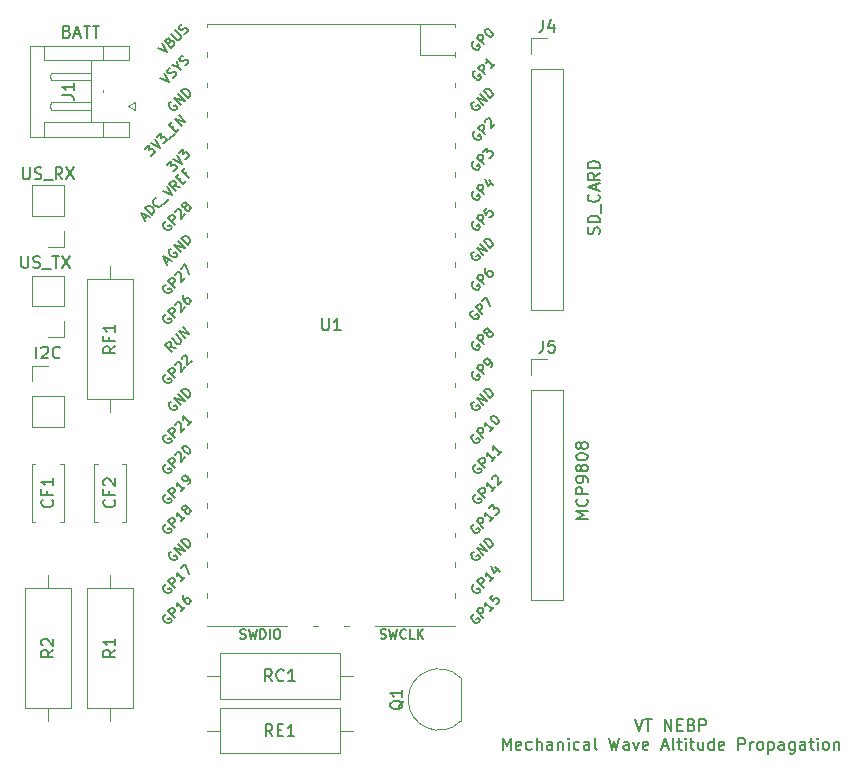
<source format=gbr>
%TF.GenerationSoftware,KiCad,Pcbnew,(6.0.7)*%
%TF.CreationDate,2023-03-31T20:18:19-04:00*%
%TF.ProjectId,mwap_circuit,6d776170-5f63-4697-9263-7569742e6b69,rev?*%
%TF.SameCoordinates,Original*%
%TF.FileFunction,Legend,Top*%
%TF.FilePolarity,Positive*%
%FSLAX46Y46*%
G04 Gerber Fmt 4.6, Leading zero omitted, Abs format (unit mm)*
G04 Created by KiCad (PCBNEW (6.0.7)) date 2023-03-31 20:18:19*
%MOMM*%
%LPD*%
G01*
G04 APERTURE LIST*
%ADD10C,0.150000*%
%ADD11C,0.120000*%
G04 APERTURE END LIST*
D10*
X151428571Y-121147380D02*
X151761904Y-122147380D01*
X152095238Y-121147380D01*
X152285714Y-121147380D02*
X152857142Y-121147380D01*
X152571428Y-122147380D02*
X152571428Y-121147380D01*
X153952380Y-122147380D02*
X153952380Y-121147380D01*
X154523809Y-122147380D01*
X154523809Y-121147380D01*
X155000000Y-121623571D02*
X155333333Y-121623571D01*
X155476190Y-122147380D02*
X155000000Y-122147380D01*
X155000000Y-121147380D01*
X155476190Y-121147380D01*
X156238095Y-121623571D02*
X156380952Y-121671190D01*
X156428571Y-121718809D01*
X156476190Y-121814047D01*
X156476190Y-121956904D01*
X156428571Y-122052142D01*
X156380952Y-122099761D01*
X156285714Y-122147380D01*
X155904761Y-122147380D01*
X155904761Y-121147380D01*
X156238095Y-121147380D01*
X156333333Y-121195000D01*
X156380952Y-121242619D01*
X156428571Y-121337857D01*
X156428571Y-121433095D01*
X156380952Y-121528333D01*
X156333333Y-121575952D01*
X156238095Y-121623571D01*
X155904761Y-121623571D01*
X156904761Y-122147380D02*
X156904761Y-121147380D01*
X157285714Y-121147380D01*
X157380952Y-121195000D01*
X157428571Y-121242619D01*
X157476190Y-121337857D01*
X157476190Y-121480714D01*
X157428571Y-121575952D01*
X157380952Y-121623571D01*
X157285714Y-121671190D01*
X156904761Y-121671190D01*
X140261904Y-123757380D02*
X140261904Y-122757380D01*
X140595238Y-123471666D01*
X140928571Y-122757380D01*
X140928571Y-123757380D01*
X141785714Y-123709761D02*
X141690476Y-123757380D01*
X141500000Y-123757380D01*
X141404761Y-123709761D01*
X141357142Y-123614523D01*
X141357142Y-123233571D01*
X141404761Y-123138333D01*
X141500000Y-123090714D01*
X141690476Y-123090714D01*
X141785714Y-123138333D01*
X141833333Y-123233571D01*
X141833333Y-123328809D01*
X141357142Y-123424047D01*
X142690476Y-123709761D02*
X142595238Y-123757380D01*
X142404761Y-123757380D01*
X142309523Y-123709761D01*
X142261904Y-123662142D01*
X142214285Y-123566904D01*
X142214285Y-123281190D01*
X142261904Y-123185952D01*
X142309523Y-123138333D01*
X142404761Y-123090714D01*
X142595238Y-123090714D01*
X142690476Y-123138333D01*
X143119047Y-123757380D02*
X143119047Y-122757380D01*
X143547619Y-123757380D02*
X143547619Y-123233571D01*
X143500000Y-123138333D01*
X143404761Y-123090714D01*
X143261904Y-123090714D01*
X143166666Y-123138333D01*
X143119047Y-123185952D01*
X144452380Y-123757380D02*
X144452380Y-123233571D01*
X144404761Y-123138333D01*
X144309523Y-123090714D01*
X144119047Y-123090714D01*
X144023809Y-123138333D01*
X144452380Y-123709761D02*
X144357142Y-123757380D01*
X144119047Y-123757380D01*
X144023809Y-123709761D01*
X143976190Y-123614523D01*
X143976190Y-123519285D01*
X144023809Y-123424047D01*
X144119047Y-123376428D01*
X144357142Y-123376428D01*
X144452380Y-123328809D01*
X144928571Y-123090714D02*
X144928571Y-123757380D01*
X144928571Y-123185952D02*
X144976190Y-123138333D01*
X145071428Y-123090714D01*
X145214285Y-123090714D01*
X145309523Y-123138333D01*
X145357142Y-123233571D01*
X145357142Y-123757380D01*
X145833333Y-123757380D02*
X145833333Y-123090714D01*
X145833333Y-122757380D02*
X145785714Y-122805000D01*
X145833333Y-122852619D01*
X145880952Y-122805000D01*
X145833333Y-122757380D01*
X145833333Y-122852619D01*
X146738095Y-123709761D02*
X146642857Y-123757380D01*
X146452380Y-123757380D01*
X146357142Y-123709761D01*
X146309523Y-123662142D01*
X146261904Y-123566904D01*
X146261904Y-123281190D01*
X146309523Y-123185952D01*
X146357142Y-123138333D01*
X146452380Y-123090714D01*
X146642857Y-123090714D01*
X146738095Y-123138333D01*
X147595238Y-123757380D02*
X147595238Y-123233571D01*
X147547619Y-123138333D01*
X147452380Y-123090714D01*
X147261904Y-123090714D01*
X147166666Y-123138333D01*
X147595238Y-123709761D02*
X147500000Y-123757380D01*
X147261904Y-123757380D01*
X147166666Y-123709761D01*
X147119047Y-123614523D01*
X147119047Y-123519285D01*
X147166666Y-123424047D01*
X147261904Y-123376428D01*
X147500000Y-123376428D01*
X147595238Y-123328809D01*
X148214285Y-123757380D02*
X148119047Y-123709761D01*
X148071428Y-123614523D01*
X148071428Y-122757380D01*
X149261904Y-122757380D02*
X149500000Y-123757380D01*
X149690476Y-123043095D01*
X149880952Y-123757380D01*
X150119047Y-122757380D01*
X150928571Y-123757380D02*
X150928571Y-123233571D01*
X150880952Y-123138333D01*
X150785714Y-123090714D01*
X150595238Y-123090714D01*
X150500000Y-123138333D01*
X150928571Y-123709761D02*
X150833333Y-123757380D01*
X150595238Y-123757380D01*
X150500000Y-123709761D01*
X150452380Y-123614523D01*
X150452380Y-123519285D01*
X150500000Y-123424047D01*
X150595238Y-123376428D01*
X150833333Y-123376428D01*
X150928571Y-123328809D01*
X151309523Y-123090714D02*
X151547619Y-123757380D01*
X151785714Y-123090714D01*
X152547619Y-123709761D02*
X152452380Y-123757380D01*
X152261904Y-123757380D01*
X152166666Y-123709761D01*
X152119047Y-123614523D01*
X152119047Y-123233571D01*
X152166666Y-123138333D01*
X152261904Y-123090714D01*
X152452380Y-123090714D01*
X152547619Y-123138333D01*
X152595238Y-123233571D01*
X152595238Y-123328809D01*
X152119047Y-123424047D01*
X153738095Y-123471666D02*
X154214285Y-123471666D01*
X153642857Y-123757380D02*
X153976190Y-122757380D01*
X154309523Y-123757380D01*
X154785714Y-123757380D02*
X154690476Y-123709761D01*
X154642857Y-123614523D01*
X154642857Y-122757380D01*
X155023809Y-123090714D02*
X155404761Y-123090714D01*
X155166666Y-122757380D02*
X155166666Y-123614523D01*
X155214285Y-123709761D01*
X155309523Y-123757380D01*
X155404761Y-123757380D01*
X155738095Y-123757380D02*
X155738095Y-123090714D01*
X155738095Y-122757380D02*
X155690476Y-122805000D01*
X155738095Y-122852619D01*
X155785714Y-122805000D01*
X155738095Y-122757380D01*
X155738095Y-122852619D01*
X156071428Y-123090714D02*
X156452380Y-123090714D01*
X156214285Y-122757380D02*
X156214285Y-123614523D01*
X156261904Y-123709761D01*
X156357142Y-123757380D01*
X156452380Y-123757380D01*
X157214285Y-123090714D02*
X157214285Y-123757380D01*
X156785714Y-123090714D02*
X156785714Y-123614523D01*
X156833333Y-123709761D01*
X156928571Y-123757380D01*
X157071428Y-123757380D01*
X157166666Y-123709761D01*
X157214285Y-123662142D01*
X158119047Y-123757380D02*
X158119047Y-122757380D01*
X158119047Y-123709761D02*
X158023809Y-123757380D01*
X157833333Y-123757380D01*
X157738095Y-123709761D01*
X157690476Y-123662142D01*
X157642857Y-123566904D01*
X157642857Y-123281190D01*
X157690476Y-123185952D01*
X157738095Y-123138333D01*
X157833333Y-123090714D01*
X158023809Y-123090714D01*
X158119047Y-123138333D01*
X158976190Y-123709761D02*
X158880952Y-123757380D01*
X158690476Y-123757380D01*
X158595238Y-123709761D01*
X158547619Y-123614523D01*
X158547619Y-123233571D01*
X158595238Y-123138333D01*
X158690476Y-123090714D01*
X158880952Y-123090714D01*
X158976190Y-123138333D01*
X159023809Y-123233571D01*
X159023809Y-123328809D01*
X158547619Y-123424047D01*
X160214285Y-123757380D02*
X160214285Y-122757380D01*
X160595238Y-122757380D01*
X160690476Y-122805000D01*
X160738095Y-122852619D01*
X160785714Y-122947857D01*
X160785714Y-123090714D01*
X160738095Y-123185952D01*
X160690476Y-123233571D01*
X160595238Y-123281190D01*
X160214285Y-123281190D01*
X161214285Y-123757380D02*
X161214285Y-123090714D01*
X161214285Y-123281190D02*
X161261904Y-123185952D01*
X161309523Y-123138333D01*
X161404761Y-123090714D01*
X161500000Y-123090714D01*
X161976190Y-123757380D02*
X161880952Y-123709761D01*
X161833333Y-123662142D01*
X161785714Y-123566904D01*
X161785714Y-123281190D01*
X161833333Y-123185952D01*
X161880952Y-123138333D01*
X161976190Y-123090714D01*
X162119047Y-123090714D01*
X162214285Y-123138333D01*
X162261904Y-123185952D01*
X162309523Y-123281190D01*
X162309523Y-123566904D01*
X162261904Y-123662142D01*
X162214285Y-123709761D01*
X162119047Y-123757380D01*
X161976190Y-123757380D01*
X162738095Y-123090714D02*
X162738095Y-124090714D01*
X162738095Y-123138333D02*
X162833333Y-123090714D01*
X163023809Y-123090714D01*
X163119047Y-123138333D01*
X163166666Y-123185952D01*
X163214285Y-123281190D01*
X163214285Y-123566904D01*
X163166666Y-123662142D01*
X163119047Y-123709761D01*
X163023809Y-123757380D01*
X162833333Y-123757380D01*
X162738095Y-123709761D01*
X164071428Y-123757380D02*
X164071428Y-123233571D01*
X164023809Y-123138333D01*
X163928571Y-123090714D01*
X163738095Y-123090714D01*
X163642857Y-123138333D01*
X164071428Y-123709761D02*
X163976190Y-123757380D01*
X163738095Y-123757380D01*
X163642857Y-123709761D01*
X163595238Y-123614523D01*
X163595238Y-123519285D01*
X163642857Y-123424047D01*
X163738095Y-123376428D01*
X163976190Y-123376428D01*
X164071428Y-123328809D01*
X164976190Y-123090714D02*
X164976190Y-123900238D01*
X164928571Y-123995476D01*
X164880952Y-124043095D01*
X164785714Y-124090714D01*
X164642857Y-124090714D01*
X164547619Y-124043095D01*
X164976190Y-123709761D02*
X164880952Y-123757380D01*
X164690476Y-123757380D01*
X164595238Y-123709761D01*
X164547619Y-123662142D01*
X164500000Y-123566904D01*
X164500000Y-123281190D01*
X164547619Y-123185952D01*
X164595238Y-123138333D01*
X164690476Y-123090714D01*
X164880952Y-123090714D01*
X164976190Y-123138333D01*
X165880952Y-123757380D02*
X165880952Y-123233571D01*
X165833333Y-123138333D01*
X165738095Y-123090714D01*
X165547619Y-123090714D01*
X165452380Y-123138333D01*
X165880952Y-123709761D02*
X165785714Y-123757380D01*
X165547619Y-123757380D01*
X165452380Y-123709761D01*
X165404761Y-123614523D01*
X165404761Y-123519285D01*
X165452380Y-123424047D01*
X165547619Y-123376428D01*
X165785714Y-123376428D01*
X165880952Y-123328809D01*
X166214285Y-123090714D02*
X166595238Y-123090714D01*
X166357142Y-122757380D02*
X166357142Y-123614523D01*
X166404761Y-123709761D01*
X166499999Y-123757380D01*
X166595238Y-123757380D01*
X166928571Y-123757380D02*
X166928571Y-123090714D01*
X166928571Y-122757380D02*
X166880952Y-122805000D01*
X166928571Y-122852619D01*
X166976190Y-122805000D01*
X166928571Y-122757380D01*
X166928571Y-122852619D01*
X167547619Y-123757380D02*
X167452380Y-123709761D01*
X167404761Y-123662142D01*
X167357142Y-123566904D01*
X167357142Y-123281190D01*
X167404761Y-123185952D01*
X167452380Y-123138333D01*
X167547619Y-123090714D01*
X167690476Y-123090714D01*
X167785714Y-123138333D01*
X167833333Y-123185952D01*
X167880952Y-123281190D01*
X167880952Y-123566904D01*
X167833333Y-123662142D01*
X167785714Y-123709761D01*
X167690476Y-123757380D01*
X167547619Y-123757380D01*
X168309523Y-123090714D02*
X168309523Y-123757380D01*
X168309523Y-123185952D02*
X168357142Y-123138333D01*
X168452380Y-123090714D01*
X168595238Y-123090714D01*
X168690476Y-123138333D01*
X168738095Y-123233571D01*
X168738095Y-123757380D01*
%TO.C,U1*%
X124953095Y-87227380D02*
X124953095Y-88036904D01*
X125000714Y-88132142D01*
X125048333Y-88179761D01*
X125143571Y-88227380D01*
X125334047Y-88227380D01*
X125429285Y-88179761D01*
X125476904Y-88132142D01*
X125524523Y-88036904D01*
X125524523Y-87227380D01*
X126524523Y-88227380D02*
X125953095Y-88227380D01*
X126238809Y-88227380D02*
X126238809Y-87227380D01*
X126143571Y-87370238D01*
X126048333Y-87465476D01*
X125953095Y-87513095D01*
X137958722Y-99595592D02*
X137877910Y-99622529D01*
X137797097Y-99703341D01*
X137743223Y-99811091D01*
X137743223Y-99918841D01*
X137770160Y-99999653D01*
X137850972Y-100134340D01*
X137931784Y-100215152D01*
X138066471Y-100295964D01*
X138147284Y-100322902D01*
X138255033Y-100322902D01*
X138362783Y-100269027D01*
X138416658Y-100215152D01*
X138470532Y-100107402D01*
X138470532Y-100053528D01*
X138281971Y-99864966D01*
X138174221Y-99972715D01*
X138766844Y-99864966D02*
X138201158Y-99299280D01*
X138416658Y-99083781D01*
X138497470Y-99056844D01*
X138551345Y-99056844D01*
X138632157Y-99083781D01*
X138712969Y-99164593D01*
X138739906Y-99245406D01*
X138739906Y-99299280D01*
X138712969Y-99380093D01*
X138497470Y-99595592D01*
X139628841Y-99002969D02*
X139305592Y-99326218D01*
X139467216Y-99164593D02*
X138901531Y-98598908D01*
X138928468Y-98733595D01*
X138928468Y-98841345D01*
X138901531Y-98922157D01*
X140167589Y-98464221D02*
X139844340Y-98787470D01*
X140005964Y-98625845D02*
X139440279Y-98060160D01*
X139467216Y-98194847D01*
X139467216Y-98302597D01*
X139440279Y-98383409D01*
X137801158Y-81573155D02*
X137720346Y-81600093D01*
X137639534Y-81680905D01*
X137585659Y-81788654D01*
X137585659Y-81896404D01*
X137612597Y-81977216D01*
X137693409Y-82111903D01*
X137774221Y-82192715D01*
X137908908Y-82273528D01*
X137989720Y-82300465D01*
X138097470Y-82300465D01*
X138205219Y-82246590D01*
X138259094Y-82192715D01*
X138312969Y-82084966D01*
X138312969Y-82031091D01*
X138124407Y-81842529D01*
X138016658Y-81950279D01*
X138609280Y-81842529D02*
X138043595Y-81276844D01*
X138932529Y-81519280D01*
X138366844Y-80953595D01*
X139201903Y-81249906D02*
X138636218Y-80684221D01*
X138770905Y-80549534D01*
X138878654Y-80495659D01*
X138986404Y-80495659D01*
X139067216Y-80522597D01*
X139201903Y-80603409D01*
X139282715Y-80684221D01*
X139363528Y-80818908D01*
X139390465Y-80899720D01*
X139390465Y-81007470D01*
X139336590Y-81115219D01*
X139201903Y-81249906D01*
X137858722Y-109755592D02*
X137777910Y-109782529D01*
X137697097Y-109863341D01*
X137643223Y-109971091D01*
X137643223Y-110078841D01*
X137670160Y-110159653D01*
X137750972Y-110294340D01*
X137831784Y-110375152D01*
X137966471Y-110455964D01*
X138047284Y-110482902D01*
X138155033Y-110482902D01*
X138262783Y-110429027D01*
X138316658Y-110375152D01*
X138370532Y-110267402D01*
X138370532Y-110213528D01*
X138181971Y-110024966D01*
X138074221Y-110132715D01*
X138666844Y-110024966D02*
X138101158Y-109459280D01*
X138316658Y-109243781D01*
X138397470Y-109216844D01*
X138451345Y-109216844D01*
X138532157Y-109243781D01*
X138612969Y-109324593D01*
X138639906Y-109405406D01*
X138639906Y-109459280D01*
X138612969Y-109540093D01*
X138397470Y-109755592D01*
X139528841Y-109162969D02*
X139205592Y-109486218D01*
X139367216Y-109324593D02*
X138801531Y-108758908D01*
X138828468Y-108893595D01*
X138828468Y-109001345D01*
X138801531Y-109082157D01*
X139636590Y-108300972D02*
X140013714Y-108678096D01*
X139286404Y-108220160D02*
X139555778Y-108758908D01*
X139905964Y-108408722D01*
X137801158Y-94273155D02*
X137720346Y-94300093D01*
X137639534Y-94380905D01*
X137585659Y-94488654D01*
X137585659Y-94596404D01*
X137612597Y-94677216D01*
X137693409Y-94811903D01*
X137774221Y-94892715D01*
X137908908Y-94973528D01*
X137989720Y-95000465D01*
X138097470Y-95000465D01*
X138205219Y-94946590D01*
X138259094Y-94892715D01*
X138312969Y-94784966D01*
X138312969Y-94731091D01*
X138124407Y-94542529D01*
X138016658Y-94650279D01*
X138609280Y-94542529D02*
X138043595Y-93976844D01*
X138932529Y-94219280D01*
X138366844Y-93653595D01*
X139201903Y-93949906D02*
X138636218Y-93384221D01*
X138770905Y-93249534D01*
X138878654Y-93195659D01*
X138986404Y-93195659D01*
X139067216Y-93222597D01*
X139201903Y-93303409D01*
X139282715Y-93384221D01*
X139363528Y-93518908D01*
X139390465Y-93599720D01*
X139390465Y-93707470D01*
X139336590Y-93815219D01*
X139201903Y-93949906D01*
X137828096Y-73926218D02*
X137747284Y-73953155D01*
X137666471Y-74033967D01*
X137612597Y-74141717D01*
X137612597Y-74249467D01*
X137639534Y-74330279D01*
X137720346Y-74464966D01*
X137801158Y-74545778D01*
X137935845Y-74626590D01*
X138016658Y-74653528D01*
X138124407Y-74653528D01*
X138232157Y-74599653D01*
X138286032Y-74545778D01*
X138339906Y-74438028D01*
X138339906Y-74384154D01*
X138151345Y-74195592D01*
X138043595Y-74303341D01*
X138636218Y-74195592D02*
X138070532Y-73629906D01*
X138286032Y-73414407D01*
X138366844Y-73387470D01*
X138420719Y-73387470D01*
X138501531Y-73414407D01*
X138582343Y-73495219D01*
X138609280Y-73576032D01*
X138609280Y-73629906D01*
X138582343Y-73710719D01*
X138366844Y-73926218D01*
X138582343Y-73118096D02*
X138932529Y-72767910D01*
X138959467Y-73171971D01*
X139040279Y-73091158D01*
X139121091Y-73064221D01*
X139174966Y-73064221D01*
X139255778Y-73091158D01*
X139390465Y-73225845D01*
X139417402Y-73306658D01*
X139417402Y-73360532D01*
X139390465Y-73441345D01*
X139228841Y-73602969D01*
X139148028Y-73629906D01*
X139094154Y-73629906D01*
X137958722Y-102135592D02*
X137877910Y-102162529D01*
X137797097Y-102243341D01*
X137743223Y-102351091D01*
X137743223Y-102458841D01*
X137770160Y-102539653D01*
X137850972Y-102674340D01*
X137931784Y-102755152D01*
X138066471Y-102835964D01*
X138147284Y-102862902D01*
X138255033Y-102862902D01*
X138362783Y-102809027D01*
X138416658Y-102755152D01*
X138470532Y-102647402D01*
X138470532Y-102593528D01*
X138281971Y-102404966D01*
X138174221Y-102512715D01*
X138766844Y-102404966D02*
X138201158Y-101839280D01*
X138416658Y-101623781D01*
X138497470Y-101596844D01*
X138551345Y-101596844D01*
X138632157Y-101623781D01*
X138712969Y-101704593D01*
X138739906Y-101785406D01*
X138739906Y-101839280D01*
X138712969Y-101920093D01*
X138497470Y-102135592D01*
X139628841Y-101542969D02*
X139305592Y-101866218D01*
X139467216Y-101704593D02*
X138901531Y-101138908D01*
X138928468Y-101273595D01*
X138928468Y-101381345D01*
X138901531Y-101462157D01*
X139332529Y-100815659D02*
X139332529Y-100761784D01*
X139359467Y-100680972D01*
X139494154Y-100546285D01*
X139574966Y-100519348D01*
X139628841Y-100519348D01*
X139709653Y-100546285D01*
X139763528Y-100600160D01*
X139817402Y-100707910D01*
X139817402Y-101354407D01*
X140167589Y-101004221D01*
X137801158Y-106973155D02*
X137720346Y-107000093D01*
X137639534Y-107080905D01*
X137585659Y-107188654D01*
X137585659Y-107296404D01*
X137612597Y-107377216D01*
X137693409Y-107511903D01*
X137774221Y-107592715D01*
X137908908Y-107673528D01*
X137989720Y-107700465D01*
X138097470Y-107700465D01*
X138205219Y-107646590D01*
X138259094Y-107592715D01*
X138312969Y-107484966D01*
X138312969Y-107431091D01*
X138124407Y-107242529D01*
X138016658Y-107350279D01*
X138609280Y-107242529D02*
X138043595Y-106676844D01*
X138932529Y-106919280D01*
X138366844Y-106353595D01*
X139201903Y-106649906D02*
X138636218Y-106084221D01*
X138770905Y-105949534D01*
X138878654Y-105895659D01*
X138986404Y-105895659D01*
X139067216Y-105922597D01*
X139201903Y-106003409D01*
X139282715Y-106084221D01*
X139363528Y-106218908D01*
X139390465Y-106299720D01*
X139390465Y-106407470D01*
X139336590Y-106515219D01*
X139201903Y-106649906D01*
X137828096Y-79006218D02*
X137747284Y-79033155D01*
X137666471Y-79113967D01*
X137612597Y-79221717D01*
X137612597Y-79329467D01*
X137639534Y-79410279D01*
X137720346Y-79544966D01*
X137801158Y-79625778D01*
X137935845Y-79706590D01*
X138016658Y-79733528D01*
X138124407Y-79733528D01*
X138232157Y-79679653D01*
X138286032Y-79625778D01*
X138339906Y-79518028D01*
X138339906Y-79464154D01*
X138151345Y-79275592D01*
X138043595Y-79383341D01*
X138636218Y-79275592D02*
X138070532Y-78709906D01*
X138286032Y-78494407D01*
X138366844Y-78467470D01*
X138420719Y-78467470D01*
X138501531Y-78494407D01*
X138582343Y-78575219D01*
X138609280Y-78656032D01*
X138609280Y-78709906D01*
X138582343Y-78790719D01*
X138366844Y-79006218D01*
X138905592Y-77874847D02*
X138636218Y-78144221D01*
X138878654Y-78440532D01*
X138878654Y-78386658D01*
X138905592Y-78305845D01*
X139040279Y-78171158D01*
X139121091Y-78144221D01*
X139174966Y-78144221D01*
X139255778Y-78171158D01*
X139390465Y-78305845D01*
X139417402Y-78386658D01*
X139417402Y-78440532D01*
X139390465Y-78521345D01*
X139255778Y-78656032D01*
X139174966Y-78682969D01*
X139121091Y-78682969D01*
X137728096Y-86596218D02*
X137647284Y-86623155D01*
X137566471Y-86703967D01*
X137512597Y-86811717D01*
X137512597Y-86919467D01*
X137539534Y-87000279D01*
X137620346Y-87134966D01*
X137701158Y-87215778D01*
X137835845Y-87296590D01*
X137916658Y-87323528D01*
X138024407Y-87323528D01*
X138132157Y-87269653D01*
X138186032Y-87215778D01*
X138239906Y-87108028D01*
X138239906Y-87054154D01*
X138051345Y-86865592D01*
X137943595Y-86973341D01*
X138536218Y-86865592D02*
X137970532Y-86299906D01*
X138186032Y-86084407D01*
X138266844Y-86057470D01*
X138320719Y-86057470D01*
X138401531Y-86084407D01*
X138482343Y-86165219D01*
X138509280Y-86246032D01*
X138509280Y-86299906D01*
X138482343Y-86380719D01*
X138266844Y-86596218D01*
X138482343Y-85788096D02*
X138859467Y-85410972D01*
X139182715Y-86219094D01*
X137828096Y-84086218D02*
X137747284Y-84113155D01*
X137666471Y-84193967D01*
X137612597Y-84301717D01*
X137612597Y-84409467D01*
X137639534Y-84490279D01*
X137720346Y-84624966D01*
X137801158Y-84705778D01*
X137935845Y-84786590D01*
X138016658Y-84813528D01*
X138124407Y-84813528D01*
X138232157Y-84759653D01*
X138286032Y-84705778D01*
X138339906Y-84598028D01*
X138339906Y-84544154D01*
X138151345Y-84355592D01*
X138043595Y-84463341D01*
X138636218Y-84355592D02*
X138070532Y-83789906D01*
X138286032Y-83574407D01*
X138366844Y-83547470D01*
X138420719Y-83547470D01*
X138501531Y-83574407D01*
X138582343Y-83655219D01*
X138609280Y-83736032D01*
X138609280Y-83789906D01*
X138582343Y-83870719D01*
X138366844Y-84086218D01*
X138878654Y-82981784D02*
X138770905Y-83089534D01*
X138743967Y-83170346D01*
X138743967Y-83224221D01*
X138770905Y-83358908D01*
X138851717Y-83493595D01*
X139067216Y-83709094D01*
X139148028Y-83736032D01*
X139201903Y-83736032D01*
X139282715Y-83709094D01*
X139390465Y-83601345D01*
X139417402Y-83520532D01*
X139417402Y-83466658D01*
X139390465Y-83385845D01*
X139255778Y-83251158D01*
X139174966Y-83224221D01*
X139121091Y-83224221D01*
X139040279Y-83251158D01*
X138932529Y-83358908D01*
X138905592Y-83439720D01*
X138905592Y-83493595D01*
X138932529Y-83574407D01*
X137928096Y-71386218D02*
X137847284Y-71413155D01*
X137766471Y-71493967D01*
X137712597Y-71601717D01*
X137712597Y-71709467D01*
X137739534Y-71790279D01*
X137820346Y-71924966D01*
X137901158Y-72005778D01*
X138035845Y-72086590D01*
X138116658Y-72113528D01*
X138224407Y-72113528D01*
X138332157Y-72059653D01*
X138386032Y-72005778D01*
X138439906Y-71898028D01*
X138439906Y-71844154D01*
X138251345Y-71655592D01*
X138143595Y-71763341D01*
X138736218Y-71655592D02*
X138170532Y-71089906D01*
X138386032Y-70874407D01*
X138466844Y-70847470D01*
X138520719Y-70847470D01*
X138601531Y-70874407D01*
X138682343Y-70955219D01*
X138709280Y-71036032D01*
X138709280Y-71089906D01*
X138682343Y-71170719D01*
X138466844Y-71386218D01*
X138763155Y-70605033D02*
X138763155Y-70551158D01*
X138790093Y-70470346D01*
X138924780Y-70335659D01*
X139005592Y-70308722D01*
X139059467Y-70308722D01*
X139140279Y-70335659D01*
X139194154Y-70389534D01*
X139248028Y-70497284D01*
X139248028Y-71143781D01*
X139598215Y-70793595D01*
X137828096Y-89166218D02*
X137747284Y-89193155D01*
X137666471Y-89273967D01*
X137612597Y-89381717D01*
X137612597Y-89489467D01*
X137639534Y-89570279D01*
X137720346Y-89704966D01*
X137801158Y-89785778D01*
X137935845Y-89866590D01*
X138016658Y-89893528D01*
X138124407Y-89893528D01*
X138232157Y-89839653D01*
X138286032Y-89785778D01*
X138339906Y-89678028D01*
X138339906Y-89624154D01*
X138151345Y-89435592D01*
X138043595Y-89543341D01*
X138636218Y-89435592D02*
X138070532Y-88869906D01*
X138286032Y-88654407D01*
X138366844Y-88627470D01*
X138420719Y-88627470D01*
X138501531Y-88654407D01*
X138582343Y-88735219D01*
X138609280Y-88816032D01*
X138609280Y-88869906D01*
X138582343Y-88950719D01*
X138366844Y-89166218D01*
X138959467Y-88465845D02*
X138878654Y-88492783D01*
X138824780Y-88492783D01*
X138743967Y-88465845D01*
X138717030Y-88438908D01*
X138690093Y-88358096D01*
X138690093Y-88304221D01*
X138717030Y-88223409D01*
X138824780Y-88115659D01*
X138905592Y-88088722D01*
X138959467Y-88088722D01*
X139040279Y-88115659D01*
X139067216Y-88142597D01*
X139094154Y-88223409D01*
X139094154Y-88277284D01*
X139067216Y-88358096D01*
X138959467Y-88465845D01*
X138932529Y-88546658D01*
X138932529Y-88600532D01*
X138959467Y-88681345D01*
X139067216Y-88789094D01*
X139148028Y-88816032D01*
X139201903Y-88816032D01*
X139282715Y-88789094D01*
X139390465Y-88681345D01*
X139417402Y-88600532D01*
X139417402Y-88546658D01*
X139390465Y-88465845D01*
X139282715Y-88358096D01*
X139201903Y-88331158D01*
X139148028Y-88331158D01*
X139067216Y-88358096D01*
X137801158Y-68873155D02*
X137720346Y-68900093D01*
X137639534Y-68980905D01*
X137585659Y-69088654D01*
X137585659Y-69196404D01*
X137612597Y-69277216D01*
X137693409Y-69411903D01*
X137774221Y-69492715D01*
X137908908Y-69573528D01*
X137989720Y-69600465D01*
X138097470Y-69600465D01*
X138205219Y-69546590D01*
X138259094Y-69492715D01*
X138312969Y-69384966D01*
X138312969Y-69331091D01*
X138124407Y-69142529D01*
X138016658Y-69250279D01*
X138609280Y-69142529D02*
X138043595Y-68576844D01*
X138932529Y-68819280D01*
X138366844Y-68253595D01*
X139201903Y-68549906D02*
X138636218Y-67984221D01*
X138770905Y-67849534D01*
X138878654Y-67795659D01*
X138986404Y-67795659D01*
X139067216Y-67822597D01*
X139201903Y-67903409D01*
X139282715Y-67984221D01*
X139363528Y-68118908D01*
X139390465Y-68199720D01*
X139390465Y-68307470D01*
X139336590Y-68415219D01*
X139201903Y-68549906D01*
X137928096Y-66296218D02*
X137847284Y-66323155D01*
X137766471Y-66403967D01*
X137712597Y-66511717D01*
X137712597Y-66619467D01*
X137739534Y-66700279D01*
X137820346Y-66834966D01*
X137901158Y-66915778D01*
X138035845Y-66996590D01*
X138116658Y-67023528D01*
X138224407Y-67023528D01*
X138332157Y-66969653D01*
X138386032Y-66915778D01*
X138439906Y-66808028D01*
X138439906Y-66754154D01*
X138251345Y-66565592D01*
X138143595Y-66673341D01*
X138736218Y-66565592D02*
X138170532Y-65999906D01*
X138386032Y-65784407D01*
X138466844Y-65757470D01*
X138520719Y-65757470D01*
X138601531Y-65784407D01*
X138682343Y-65865219D01*
X138709280Y-65946032D01*
X138709280Y-65999906D01*
X138682343Y-66080719D01*
X138466844Y-66296218D01*
X139598215Y-65703595D02*
X139274966Y-66026844D01*
X139436590Y-65865219D02*
X138870905Y-65299534D01*
X138897842Y-65434221D01*
X138897842Y-65541971D01*
X138870905Y-65622783D01*
X137828096Y-91706218D02*
X137747284Y-91733155D01*
X137666471Y-91813967D01*
X137612597Y-91921717D01*
X137612597Y-92029467D01*
X137639534Y-92110279D01*
X137720346Y-92244966D01*
X137801158Y-92325778D01*
X137935845Y-92406590D01*
X138016658Y-92433528D01*
X138124407Y-92433528D01*
X138232157Y-92379653D01*
X138286032Y-92325778D01*
X138339906Y-92218028D01*
X138339906Y-92164154D01*
X138151345Y-91975592D01*
X138043595Y-92083341D01*
X138636218Y-91975592D02*
X138070532Y-91409906D01*
X138286032Y-91194407D01*
X138366844Y-91167470D01*
X138420719Y-91167470D01*
X138501531Y-91194407D01*
X138582343Y-91275219D01*
X138609280Y-91356032D01*
X138609280Y-91409906D01*
X138582343Y-91490719D01*
X138366844Y-91706218D01*
X139228841Y-91382969D02*
X139336590Y-91275219D01*
X139363528Y-91194407D01*
X139363528Y-91140532D01*
X139336590Y-91005845D01*
X139255778Y-90871158D01*
X139040279Y-90655659D01*
X138959467Y-90628722D01*
X138905592Y-90628722D01*
X138824780Y-90655659D01*
X138717030Y-90763409D01*
X138690093Y-90844221D01*
X138690093Y-90898096D01*
X138717030Y-90978908D01*
X138851717Y-91113595D01*
X138932529Y-91140532D01*
X138986404Y-91140532D01*
X139067216Y-91113595D01*
X139174966Y-91005845D01*
X139201903Y-90925033D01*
X139201903Y-90871158D01*
X139174966Y-90790346D01*
X137812722Y-112295592D02*
X137731910Y-112322529D01*
X137651097Y-112403341D01*
X137597223Y-112511091D01*
X137597223Y-112618841D01*
X137624160Y-112699653D01*
X137704972Y-112834340D01*
X137785784Y-112915152D01*
X137920471Y-112995964D01*
X138001284Y-113022902D01*
X138109033Y-113022902D01*
X138216783Y-112969027D01*
X138270658Y-112915152D01*
X138324532Y-112807402D01*
X138324532Y-112753528D01*
X138135971Y-112564966D01*
X138028221Y-112672715D01*
X138620844Y-112564966D02*
X138055158Y-111999280D01*
X138270658Y-111783781D01*
X138351470Y-111756844D01*
X138405345Y-111756844D01*
X138486157Y-111783781D01*
X138566969Y-111864593D01*
X138593906Y-111945406D01*
X138593906Y-111999280D01*
X138566969Y-112080093D01*
X138351470Y-112295592D01*
X139482841Y-111702969D02*
X139159592Y-112026218D01*
X139321216Y-111864593D02*
X138755531Y-111298908D01*
X138782468Y-111433595D01*
X138782468Y-111541345D01*
X138755531Y-111622157D01*
X139428966Y-110625473D02*
X139159592Y-110894847D01*
X139402028Y-111191158D01*
X139402028Y-111137284D01*
X139428966Y-111056471D01*
X139563653Y-110921784D01*
X139644465Y-110894847D01*
X139698340Y-110894847D01*
X139779152Y-110921784D01*
X139913839Y-111056471D01*
X139940776Y-111137284D01*
X139940776Y-111191158D01*
X139913839Y-111271971D01*
X139779152Y-111406658D01*
X139698340Y-111433595D01*
X139644465Y-111433595D01*
X137828096Y-76466218D02*
X137747284Y-76493155D01*
X137666471Y-76573967D01*
X137612597Y-76681717D01*
X137612597Y-76789467D01*
X137639534Y-76870279D01*
X137720346Y-77004966D01*
X137801158Y-77085778D01*
X137935845Y-77166590D01*
X138016658Y-77193528D01*
X138124407Y-77193528D01*
X138232157Y-77139653D01*
X138286032Y-77085778D01*
X138339906Y-76978028D01*
X138339906Y-76924154D01*
X138151345Y-76735592D01*
X138043595Y-76843341D01*
X138636218Y-76735592D02*
X138070532Y-76169906D01*
X138286032Y-75954407D01*
X138366844Y-75927470D01*
X138420719Y-75927470D01*
X138501531Y-75954407D01*
X138582343Y-76035219D01*
X138609280Y-76116032D01*
X138609280Y-76169906D01*
X138582343Y-76250719D01*
X138366844Y-76466218D01*
X139067216Y-75550346D02*
X139444340Y-75927470D01*
X138717030Y-75469534D02*
X138986404Y-76008282D01*
X139336590Y-75658096D01*
X137812722Y-97055592D02*
X137731910Y-97082529D01*
X137651097Y-97163341D01*
X137597223Y-97271091D01*
X137597223Y-97378841D01*
X137624160Y-97459653D01*
X137704972Y-97594340D01*
X137785784Y-97675152D01*
X137920471Y-97755964D01*
X138001284Y-97782902D01*
X138109033Y-97782902D01*
X138216783Y-97729027D01*
X138270658Y-97675152D01*
X138324532Y-97567402D01*
X138324532Y-97513528D01*
X138135971Y-97324966D01*
X138028221Y-97432715D01*
X138620844Y-97324966D02*
X138055158Y-96759280D01*
X138270658Y-96543781D01*
X138351470Y-96516844D01*
X138405345Y-96516844D01*
X138486157Y-96543781D01*
X138566969Y-96624593D01*
X138593906Y-96705406D01*
X138593906Y-96759280D01*
X138566969Y-96840093D01*
X138351470Y-97055592D01*
X139482841Y-96462969D02*
X139159592Y-96786218D01*
X139321216Y-96624593D02*
X138755531Y-96058908D01*
X138782468Y-96193595D01*
X138782468Y-96301345D01*
X138755531Y-96382157D01*
X139267341Y-95547097D02*
X139321216Y-95493223D01*
X139402028Y-95466285D01*
X139455903Y-95466285D01*
X139536715Y-95493223D01*
X139671402Y-95574035D01*
X139806089Y-95708722D01*
X139886902Y-95843409D01*
X139913839Y-95924221D01*
X139913839Y-95978096D01*
X139886902Y-96058908D01*
X139833027Y-96112783D01*
X139752215Y-96139720D01*
X139698340Y-96139720D01*
X139617528Y-96112783D01*
X139482841Y-96031971D01*
X139348154Y-95897284D01*
X139267341Y-95762597D01*
X139240404Y-95681784D01*
X139240404Y-95627910D01*
X139267341Y-95547097D01*
X137812722Y-104675592D02*
X137731910Y-104702529D01*
X137651097Y-104783341D01*
X137597223Y-104891091D01*
X137597223Y-104998841D01*
X137624160Y-105079653D01*
X137704972Y-105214340D01*
X137785784Y-105295152D01*
X137920471Y-105375964D01*
X138001284Y-105402902D01*
X138109033Y-105402902D01*
X138216783Y-105349027D01*
X138270658Y-105295152D01*
X138324532Y-105187402D01*
X138324532Y-105133528D01*
X138135971Y-104944966D01*
X138028221Y-105052715D01*
X138620844Y-104944966D02*
X138055158Y-104379280D01*
X138270658Y-104163781D01*
X138351470Y-104136844D01*
X138405345Y-104136844D01*
X138486157Y-104163781D01*
X138566969Y-104244593D01*
X138593906Y-104325406D01*
X138593906Y-104379280D01*
X138566969Y-104460093D01*
X138351470Y-104675592D01*
X139482841Y-104082969D02*
X139159592Y-104406218D01*
X139321216Y-104244593D02*
X138755531Y-103678908D01*
X138782468Y-103813595D01*
X138782468Y-103921345D01*
X138755531Y-104002157D01*
X139105717Y-103328722D02*
X139455903Y-102978536D01*
X139482841Y-103382597D01*
X139563653Y-103301784D01*
X139644465Y-103274847D01*
X139698340Y-103274847D01*
X139779152Y-103301784D01*
X139913839Y-103436471D01*
X139940776Y-103517284D01*
X139940776Y-103571158D01*
X139913839Y-103651971D01*
X139752215Y-103813595D01*
X139671402Y-103840532D01*
X139617528Y-103840532D01*
X137828096Y-63766218D02*
X137747284Y-63793155D01*
X137666471Y-63873967D01*
X137612597Y-63981717D01*
X137612597Y-64089467D01*
X137639534Y-64170279D01*
X137720346Y-64304966D01*
X137801158Y-64385778D01*
X137935845Y-64466590D01*
X138016658Y-64493528D01*
X138124407Y-64493528D01*
X138232157Y-64439653D01*
X138286032Y-64385778D01*
X138339906Y-64278028D01*
X138339906Y-64224154D01*
X138151345Y-64035592D01*
X138043595Y-64143341D01*
X138636218Y-64035592D02*
X138070532Y-63469906D01*
X138286032Y-63254407D01*
X138366844Y-63227470D01*
X138420719Y-63227470D01*
X138501531Y-63254407D01*
X138582343Y-63335219D01*
X138609280Y-63416032D01*
X138609280Y-63469906D01*
X138582343Y-63550719D01*
X138366844Y-63766218D01*
X138743967Y-62796471D02*
X138797842Y-62742597D01*
X138878654Y-62715659D01*
X138932529Y-62715659D01*
X139013341Y-62742597D01*
X139148028Y-62823409D01*
X139282715Y-62958096D01*
X139363528Y-63092783D01*
X139390465Y-63173595D01*
X139390465Y-63227470D01*
X139363528Y-63308282D01*
X139309653Y-63362157D01*
X139228841Y-63389094D01*
X139174966Y-63389094D01*
X139094154Y-63362157D01*
X138959467Y-63281345D01*
X138824780Y-63146658D01*
X138743967Y-63011971D01*
X138717030Y-62931158D01*
X138717030Y-62877284D01*
X138743967Y-62796471D01*
X118019761Y-114323809D02*
X118134047Y-114361904D01*
X118324523Y-114361904D01*
X118400714Y-114323809D01*
X118438809Y-114285714D01*
X118476904Y-114209523D01*
X118476904Y-114133333D01*
X118438809Y-114057142D01*
X118400714Y-114019047D01*
X118324523Y-113980952D01*
X118172142Y-113942857D01*
X118095952Y-113904761D01*
X118057857Y-113866666D01*
X118019761Y-113790476D01*
X118019761Y-113714285D01*
X118057857Y-113638095D01*
X118095952Y-113600000D01*
X118172142Y-113561904D01*
X118362619Y-113561904D01*
X118476904Y-113600000D01*
X118743571Y-113561904D02*
X118934047Y-114361904D01*
X119086428Y-113790476D01*
X119238809Y-114361904D01*
X119429285Y-113561904D01*
X119734047Y-114361904D02*
X119734047Y-113561904D01*
X119924523Y-113561904D01*
X120038809Y-113600000D01*
X120115000Y-113676190D01*
X120153095Y-113752380D01*
X120191190Y-113904761D01*
X120191190Y-114019047D01*
X120153095Y-114171428D01*
X120115000Y-114247619D01*
X120038809Y-114323809D01*
X119924523Y-114361904D01*
X119734047Y-114361904D01*
X120534047Y-114361904D02*
X120534047Y-113561904D01*
X121067380Y-113561904D02*
X121219761Y-113561904D01*
X121295952Y-113600000D01*
X121372142Y-113676190D01*
X121410238Y-113828571D01*
X121410238Y-114095238D01*
X121372142Y-114247619D01*
X121295952Y-114323809D01*
X121219761Y-114361904D01*
X121067380Y-114361904D01*
X120991190Y-114323809D01*
X120915000Y-114247619D01*
X120876904Y-114095238D01*
X120876904Y-113828571D01*
X120915000Y-113676190D01*
X120991190Y-113600000D01*
X121067380Y-113561904D01*
X129905476Y-114323809D02*
X130019761Y-114361904D01*
X130210238Y-114361904D01*
X130286428Y-114323809D01*
X130324523Y-114285714D01*
X130362619Y-114209523D01*
X130362619Y-114133333D01*
X130324523Y-114057142D01*
X130286428Y-114019047D01*
X130210238Y-113980952D01*
X130057857Y-113942857D01*
X129981666Y-113904761D01*
X129943571Y-113866666D01*
X129905476Y-113790476D01*
X129905476Y-113714285D01*
X129943571Y-113638095D01*
X129981666Y-113600000D01*
X130057857Y-113561904D01*
X130248333Y-113561904D01*
X130362619Y-113600000D01*
X130629285Y-113561904D02*
X130819761Y-114361904D01*
X130972142Y-113790476D01*
X131124523Y-114361904D01*
X131315000Y-113561904D01*
X132076904Y-114285714D02*
X132038809Y-114323809D01*
X131924523Y-114361904D01*
X131848333Y-114361904D01*
X131734047Y-114323809D01*
X131657857Y-114247619D01*
X131619761Y-114171428D01*
X131581666Y-114019047D01*
X131581666Y-113904761D01*
X131619761Y-113752380D01*
X131657857Y-113676190D01*
X131734047Y-113600000D01*
X131848333Y-113561904D01*
X131924523Y-113561904D01*
X132038809Y-113600000D01*
X132076904Y-113638095D01*
X132800714Y-114361904D02*
X132419761Y-114361904D01*
X132419761Y-113561904D01*
X133067380Y-114361904D02*
X133067380Y-113561904D01*
X133524523Y-114361904D02*
X133181666Y-113904761D01*
X133524523Y-113561904D02*
X133067380Y-114019047D01*
X111235473Y-66844966D02*
X111989720Y-67222089D01*
X111612597Y-66467842D01*
X112312969Y-66844966D02*
X112420719Y-66791091D01*
X112555406Y-66656404D01*
X112582343Y-66575592D01*
X112582343Y-66521717D01*
X112555406Y-66440905D01*
X112501531Y-66387030D01*
X112420719Y-66360093D01*
X112366844Y-66360093D01*
X112286032Y-66387030D01*
X112151345Y-66467842D01*
X112070532Y-66494780D01*
X112016658Y-66494780D01*
X111935845Y-66467842D01*
X111881971Y-66413967D01*
X111855033Y-66333155D01*
X111855033Y-66279280D01*
X111881971Y-66198468D01*
X112016658Y-66063781D01*
X112124407Y-66009906D01*
X112743967Y-65929094D02*
X113013341Y-66198468D01*
X112259094Y-65821345D02*
X112743967Y-65929094D01*
X112636218Y-65444221D01*
X113336590Y-65821345D02*
X113444340Y-65767470D01*
X113579027Y-65632783D01*
X113605964Y-65551971D01*
X113605964Y-65498096D01*
X113579027Y-65417284D01*
X113525152Y-65363409D01*
X113444340Y-65336471D01*
X113390465Y-65336471D01*
X113309653Y-65363409D01*
X113174966Y-65444221D01*
X113094154Y-65471158D01*
X113040279Y-65471158D01*
X112959467Y-65444221D01*
X112905592Y-65390346D01*
X112878654Y-65309534D01*
X112878654Y-65255659D01*
X112905592Y-65174847D01*
X113040279Y-65040160D01*
X113148028Y-64986285D01*
X111704722Y-91975592D02*
X111623910Y-92002529D01*
X111543097Y-92083341D01*
X111489223Y-92191091D01*
X111489223Y-92298841D01*
X111516160Y-92379653D01*
X111596972Y-92514340D01*
X111677784Y-92595152D01*
X111812471Y-92675964D01*
X111893284Y-92702902D01*
X112001033Y-92702902D01*
X112108783Y-92649027D01*
X112162658Y-92595152D01*
X112216532Y-92487402D01*
X112216532Y-92433528D01*
X112027971Y-92244966D01*
X111920221Y-92352715D01*
X112512844Y-92244966D02*
X111947158Y-91679280D01*
X112162658Y-91463781D01*
X112243470Y-91436844D01*
X112297345Y-91436844D01*
X112378157Y-91463781D01*
X112458969Y-91544593D01*
X112485906Y-91625406D01*
X112485906Y-91679280D01*
X112458969Y-91760093D01*
X112243470Y-91975592D01*
X112539781Y-91194407D02*
X112539781Y-91140532D01*
X112566719Y-91059720D01*
X112701406Y-90925033D01*
X112782218Y-90898096D01*
X112836093Y-90898096D01*
X112916905Y-90925033D01*
X112970780Y-90978908D01*
X113024654Y-91086658D01*
X113024654Y-91733155D01*
X113374841Y-91382969D01*
X113078529Y-90655659D02*
X113078529Y-90601784D01*
X113105467Y-90520972D01*
X113240154Y-90386285D01*
X113320966Y-90359348D01*
X113374841Y-90359348D01*
X113455653Y-90386285D01*
X113509528Y-90440160D01*
X113563402Y-90547910D01*
X113563402Y-91194407D01*
X113913589Y-90844221D01*
X111704722Y-102135592D02*
X111623910Y-102162529D01*
X111543097Y-102243341D01*
X111489223Y-102351091D01*
X111489223Y-102458841D01*
X111516160Y-102539653D01*
X111596972Y-102674340D01*
X111677784Y-102755152D01*
X111812471Y-102835964D01*
X111893284Y-102862902D01*
X112001033Y-102862902D01*
X112108783Y-102809027D01*
X112162658Y-102755152D01*
X112216532Y-102647402D01*
X112216532Y-102593528D01*
X112027971Y-102404966D01*
X111920221Y-102512715D01*
X112512844Y-102404966D02*
X111947158Y-101839280D01*
X112162658Y-101623781D01*
X112243470Y-101596844D01*
X112297345Y-101596844D01*
X112378157Y-101623781D01*
X112458969Y-101704593D01*
X112485906Y-101785406D01*
X112485906Y-101839280D01*
X112458969Y-101920093D01*
X112243470Y-102135592D01*
X113374841Y-101542969D02*
X113051592Y-101866218D01*
X113213216Y-101704593D02*
X112647531Y-101138908D01*
X112674468Y-101273595D01*
X112674468Y-101381345D01*
X112647531Y-101462157D01*
X113644215Y-101273595D02*
X113751964Y-101165845D01*
X113778902Y-101085033D01*
X113778902Y-101031158D01*
X113751964Y-100896471D01*
X113671152Y-100761784D01*
X113455653Y-100546285D01*
X113374841Y-100519348D01*
X113320966Y-100519348D01*
X113240154Y-100546285D01*
X113132404Y-100654035D01*
X113105467Y-100734847D01*
X113105467Y-100788722D01*
X113132404Y-100869534D01*
X113267091Y-101004221D01*
X113347903Y-101031158D01*
X113401778Y-101031158D01*
X113482590Y-101004221D01*
X113590340Y-100896471D01*
X113617277Y-100815659D01*
X113617277Y-100761784D01*
X113590340Y-100680972D01*
X111704722Y-104675592D02*
X111623910Y-104702529D01*
X111543097Y-104783341D01*
X111489223Y-104891091D01*
X111489223Y-104998841D01*
X111516160Y-105079653D01*
X111596972Y-105214340D01*
X111677784Y-105295152D01*
X111812471Y-105375964D01*
X111893284Y-105402902D01*
X112001033Y-105402902D01*
X112108783Y-105349027D01*
X112162658Y-105295152D01*
X112216532Y-105187402D01*
X112216532Y-105133528D01*
X112027971Y-104944966D01*
X111920221Y-105052715D01*
X112512844Y-104944966D02*
X111947158Y-104379280D01*
X112162658Y-104163781D01*
X112243470Y-104136844D01*
X112297345Y-104136844D01*
X112378157Y-104163781D01*
X112458969Y-104244593D01*
X112485906Y-104325406D01*
X112485906Y-104379280D01*
X112458969Y-104460093D01*
X112243470Y-104675592D01*
X113374841Y-104082969D02*
X113051592Y-104406218D01*
X113213216Y-104244593D02*
X112647531Y-103678908D01*
X112674468Y-103813595D01*
X112674468Y-103921345D01*
X112647531Y-104002157D01*
X113374841Y-103436471D02*
X113294028Y-103463409D01*
X113240154Y-103463409D01*
X113159341Y-103436471D01*
X113132404Y-103409534D01*
X113105467Y-103328722D01*
X113105467Y-103274847D01*
X113132404Y-103194035D01*
X113240154Y-103086285D01*
X113320966Y-103059348D01*
X113374841Y-103059348D01*
X113455653Y-103086285D01*
X113482590Y-103113223D01*
X113509528Y-103194035D01*
X113509528Y-103247910D01*
X113482590Y-103328722D01*
X113374841Y-103436471D01*
X113347903Y-103517284D01*
X113347903Y-103571158D01*
X113374841Y-103651971D01*
X113482590Y-103759720D01*
X113563402Y-103786658D01*
X113617277Y-103786658D01*
X113698089Y-103759720D01*
X113805839Y-103651971D01*
X113832776Y-103571158D01*
X113832776Y-103517284D01*
X113805839Y-103436471D01*
X113698089Y-103328722D01*
X113617277Y-103301784D01*
X113563402Y-103301784D01*
X113482590Y-103328722D01*
X109869788Y-78808773D02*
X110139162Y-78539399D01*
X109977537Y-79024272D02*
X109600414Y-78270025D01*
X110354661Y-78647149D01*
X110543223Y-78458587D02*
X109977537Y-77892902D01*
X110112224Y-77758215D01*
X110219974Y-77704340D01*
X110327723Y-77704340D01*
X110408536Y-77731277D01*
X110543223Y-77812089D01*
X110624035Y-77892902D01*
X110704847Y-78027589D01*
X110731784Y-78108401D01*
X110731784Y-78216150D01*
X110677910Y-78323900D01*
X110543223Y-78458587D01*
X111378282Y-77515778D02*
X111378282Y-77569653D01*
X111324407Y-77677402D01*
X111270532Y-77731277D01*
X111162783Y-77785152D01*
X111055033Y-77785152D01*
X110974221Y-77758215D01*
X110839534Y-77677402D01*
X110758722Y-77596590D01*
X110677910Y-77461903D01*
X110650972Y-77381091D01*
X110650972Y-77273341D01*
X110704847Y-77165592D01*
X110758722Y-77111717D01*
X110866471Y-77057842D01*
X110920346Y-77057842D01*
X111593781Y-77515778D02*
X112024780Y-77084780D01*
X111459094Y-76411345D02*
X112213341Y-76788468D01*
X111836218Y-76034221D01*
X112913714Y-76088096D02*
X112455778Y-76007284D01*
X112590465Y-76411345D02*
X112024780Y-75845659D01*
X112240279Y-75630160D01*
X112321091Y-75603223D01*
X112374966Y-75603223D01*
X112455778Y-75630160D01*
X112536590Y-75710972D01*
X112563528Y-75791784D01*
X112563528Y-75845659D01*
X112536590Y-75926471D01*
X112321091Y-76141971D01*
X112859839Y-75549348D02*
X113048401Y-75360786D01*
X113425524Y-75576285D02*
X113156150Y-75845659D01*
X112590465Y-75279974D01*
X112859839Y-75010600D01*
X113560211Y-74848975D02*
X113371650Y-75037537D01*
X113667961Y-75333849D02*
X113102276Y-74768163D01*
X113371650Y-74498789D01*
X109937131Y-72933308D02*
X110287317Y-72583122D01*
X110314255Y-72987183D01*
X110395067Y-72906370D01*
X110475879Y-72879433D01*
X110529754Y-72879433D01*
X110610566Y-72906370D01*
X110745253Y-73041057D01*
X110772190Y-73121870D01*
X110772190Y-73175744D01*
X110745253Y-73256557D01*
X110583629Y-73418181D01*
X110502816Y-73445118D01*
X110448942Y-73445118D01*
X110448942Y-72421497D02*
X111203189Y-72798621D01*
X110826065Y-72044374D01*
X110960752Y-71909687D02*
X111310938Y-71559500D01*
X111337876Y-71963561D01*
X111418688Y-71882749D01*
X111499500Y-71855812D01*
X111553375Y-71855812D01*
X111634187Y-71882749D01*
X111768874Y-72017436D01*
X111795812Y-72098248D01*
X111795812Y-72152123D01*
X111768874Y-72232935D01*
X111607250Y-72394560D01*
X111526438Y-72421497D01*
X111472563Y-72421497D01*
X112038248Y-72071311D02*
X112469247Y-71640312D01*
X112253748Y-71155439D02*
X112442309Y-70966877D01*
X112819433Y-71182377D02*
X112550059Y-71451751D01*
X111984374Y-70886065D01*
X112253748Y-70616691D01*
X113061870Y-70939940D02*
X112496184Y-70374255D01*
X113385118Y-70616691D01*
X112819433Y-70051006D01*
X111704722Y-112295592D02*
X111623910Y-112322529D01*
X111543097Y-112403341D01*
X111489223Y-112511091D01*
X111489223Y-112618841D01*
X111516160Y-112699653D01*
X111596972Y-112834340D01*
X111677784Y-112915152D01*
X111812471Y-112995964D01*
X111893284Y-113022902D01*
X112001033Y-113022902D01*
X112108783Y-112969027D01*
X112162658Y-112915152D01*
X112216532Y-112807402D01*
X112216532Y-112753528D01*
X112027971Y-112564966D01*
X111920221Y-112672715D01*
X112512844Y-112564966D02*
X111947158Y-111999280D01*
X112162658Y-111783781D01*
X112243470Y-111756844D01*
X112297345Y-111756844D01*
X112378157Y-111783781D01*
X112458969Y-111864593D01*
X112485906Y-111945406D01*
X112485906Y-111999280D01*
X112458969Y-112080093D01*
X112243470Y-112295592D01*
X113374841Y-111702969D02*
X113051592Y-112026218D01*
X113213216Y-111864593D02*
X112647531Y-111298908D01*
X112674468Y-111433595D01*
X112674468Y-111541345D01*
X112647531Y-111622157D01*
X113294028Y-110652410D02*
X113186279Y-110760160D01*
X113159341Y-110840972D01*
X113159341Y-110894847D01*
X113186279Y-111029534D01*
X113267091Y-111164221D01*
X113482590Y-111379720D01*
X113563402Y-111406658D01*
X113617277Y-111406658D01*
X113698089Y-111379720D01*
X113805839Y-111271971D01*
X113832776Y-111191158D01*
X113832776Y-111137284D01*
X113805839Y-111056471D01*
X113671152Y-110921784D01*
X113590340Y-110894847D01*
X113536465Y-110894847D01*
X113455653Y-110921784D01*
X113347903Y-111029534D01*
X113320966Y-111110346D01*
X113320966Y-111164221D01*
X113347903Y-111245033D01*
X111704722Y-79021592D02*
X111623910Y-79048529D01*
X111543097Y-79129341D01*
X111489223Y-79237091D01*
X111489223Y-79344841D01*
X111516160Y-79425653D01*
X111596972Y-79560340D01*
X111677784Y-79641152D01*
X111812471Y-79721964D01*
X111893284Y-79748902D01*
X112001033Y-79748902D01*
X112108783Y-79695027D01*
X112162658Y-79641152D01*
X112216532Y-79533402D01*
X112216532Y-79479528D01*
X112027971Y-79290966D01*
X111920221Y-79398715D01*
X112512844Y-79290966D02*
X111947158Y-78725280D01*
X112162658Y-78509781D01*
X112243470Y-78482844D01*
X112297345Y-78482844D01*
X112378157Y-78509781D01*
X112458969Y-78590593D01*
X112485906Y-78671406D01*
X112485906Y-78725280D01*
X112458969Y-78806093D01*
X112243470Y-79021592D01*
X112539781Y-78240407D02*
X112539781Y-78186532D01*
X112566719Y-78105720D01*
X112701406Y-77971033D01*
X112782218Y-77944096D01*
X112836093Y-77944096D01*
X112916905Y-77971033D01*
X112970780Y-78024908D01*
X113024654Y-78132658D01*
X113024654Y-78779155D01*
X113374841Y-78428969D01*
X113374841Y-77782471D02*
X113294028Y-77809409D01*
X113240154Y-77809409D01*
X113159341Y-77782471D01*
X113132404Y-77755534D01*
X113105467Y-77674722D01*
X113105467Y-77620847D01*
X113132404Y-77540035D01*
X113240154Y-77432285D01*
X113320966Y-77405348D01*
X113374841Y-77405348D01*
X113455653Y-77432285D01*
X113482590Y-77459223D01*
X113509528Y-77540035D01*
X113509528Y-77593910D01*
X113482590Y-77674722D01*
X113374841Y-77782471D01*
X113347903Y-77863284D01*
X113347903Y-77917158D01*
X113374841Y-77997971D01*
X113482590Y-78105720D01*
X113563402Y-78132658D01*
X113617277Y-78132658D01*
X113698089Y-78105720D01*
X113805839Y-77997971D01*
X113832776Y-77917158D01*
X113832776Y-77863284D01*
X113805839Y-77782471D01*
X113698089Y-77674722D01*
X113617277Y-77647784D01*
X113563402Y-77647784D01*
X113482590Y-77674722D01*
X111704722Y-99595592D02*
X111623910Y-99622529D01*
X111543097Y-99703341D01*
X111489223Y-99811091D01*
X111489223Y-99918841D01*
X111516160Y-99999653D01*
X111596972Y-100134340D01*
X111677784Y-100215152D01*
X111812471Y-100295964D01*
X111893284Y-100322902D01*
X112001033Y-100322902D01*
X112108783Y-100269027D01*
X112162658Y-100215152D01*
X112216532Y-100107402D01*
X112216532Y-100053528D01*
X112027971Y-99864966D01*
X111920221Y-99972715D01*
X112512844Y-99864966D02*
X111947158Y-99299280D01*
X112162658Y-99083781D01*
X112243470Y-99056844D01*
X112297345Y-99056844D01*
X112378157Y-99083781D01*
X112458969Y-99164593D01*
X112485906Y-99245406D01*
X112485906Y-99299280D01*
X112458969Y-99380093D01*
X112243470Y-99595592D01*
X112539781Y-98814407D02*
X112539781Y-98760532D01*
X112566719Y-98679720D01*
X112701406Y-98545033D01*
X112782218Y-98518096D01*
X112836093Y-98518096D01*
X112916905Y-98545033D01*
X112970780Y-98598908D01*
X113024654Y-98706658D01*
X113024654Y-99353155D01*
X113374841Y-99002969D01*
X113159341Y-98087097D02*
X113213216Y-98033223D01*
X113294028Y-98006285D01*
X113347903Y-98006285D01*
X113428715Y-98033223D01*
X113563402Y-98114035D01*
X113698089Y-98248722D01*
X113778902Y-98383409D01*
X113805839Y-98464221D01*
X113805839Y-98518096D01*
X113778902Y-98598908D01*
X113725027Y-98652783D01*
X113644215Y-98679720D01*
X113590340Y-98679720D01*
X113509528Y-98652783D01*
X113374841Y-98571971D01*
X113240154Y-98437284D01*
X113159341Y-98302597D01*
X113132404Y-98221784D01*
X113132404Y-98167910D01*
X113159341Y-98087097D01*
X112201158Y-68873155D02*
X112120346Y-68900093D01*
X112039534Y-68980905D01*
X111985659Y-69088654D01*
X111985659Y-69196404D01*
X112012597Y-69277216D01*
X112093409Y-69411903D01*
X112174221Y-69492715D01*
X112308908Y-69573528D01*
X112389720Y-69600465D01*
X112497470Y-69600465D01*
X112605219Y-69546590D01*
X112659094Y-69492715D01*
X112712969Y-69384966D01*
X112712969Y-69331091D01*
X112524407Y-69142529D01*
X112416658Y-69250279D01*
X113009280Y-69142529D02*
X112443595Y-68576844D01*
X113332529Y-68819280D01*
X112766844Y-68253595D01*
X113601903Y-68549906D02*
X113036218Y-67984221D01*
X113170905Y-67849534D01*
X113278654Y-67795659D01*
X113386404Y-67795659D01*
X113467216Y-67822597D01*
X113601903Y-67903409D01*
X113682715Y-67984221D01*
X113763528Y-68118908D01*
X113790465Y-68199720D01*
X113790465Y-68307470D01*
X113736590Y-68415219D01*
X113601903Y-68549906D01*
X111068129Y-64302309D02*
X111822377Y-64679433D01*
X111445253Y-63925186D01*
X112091751Y-63817436D02*
X112199500Y-63763561D01*
X112253375Y-63763561D01*
X112334187Y-63790499D01*
X112414999Y-63871311D01*
X112441937Y-63952123D01*
X112441937Y-64005998D01*
X112415000Y-64086810D01*
X112199500Y-64302309D01*
X111633815Y-63736624D01*
X111822377Y-63548062D01*
X111903189Y-63521125D01*
X111957064Y-63521125D01*
X112037876Y-63548062D01*
X112091751Y-63601937D01*
X112118688Y-63682749D01*
X112118688Y-63736624D01*
X112091751Y-63817436D01*
X111903189Y-64005998D01*
X112199500Y-63170938D02*
X112657436Y-63628874D01*
X112738248Y-63655812D01*
X112792123Y-63655812D01*
X112872935Y-63628874D01*
X112980685Y-63521125D01*
X113007622Y-63440312D01*
X113007622Y-63386438D01*
X112980685Y-63305625D01*
X112522749Y-62847690D01*
X113303934Y-63144001D02*
X113411683Y-63090126D01*
X113546370Y-62955439D01*
X113573308Y-62874627D01*
X113573308Y-62820752D01*
X113546370Y-62739940D01*
X113492496Y-62686065D01*
X113411683Y-62659128D01*
X113357809Y-62659128D01*
X113276996Y-62686065D01*
X113142309Y-62766877D01*
X113061497Y-62793815D01*
X113007622Y-62793815D01*
X112926810Y-62766877D01*
X112872935Y-62713003D01*
X112845998Y-62632190D01*
X112845998Y-62578316D01*
X112872935Y-62497503D01*
X113007622Y-62362816D01*
X113115372Y-62308942D01*
X111704722Y-109755592D02*
X111623910Y-109782529D01*
X111543097Y-109863341D01*
X111489223Y-109971091D01*
X111489223Y-110078841D01*
X111516160Y-110159653D01*
X111596972Y-110294340D01*
X111677784Y-110375152D01*
X111812471Y-110455964D01*
X111893284Y-110482902D01*
X112001033Y-110482902D01*
X112108783Y-110429027D01*
X112162658Y-110375152D01*
X112216532Y-110267402D01*
X112216532Y-110213528D01*
X112027971Y-110024966D01*
X111920221Y-110132715D01*
X112512844Y-110024966D02*
X111947158Y-109459280D01*
X112162658Y-109243781D01*
X112243470Y-109216844D01*
X112297345Y-109216844D01*
X112378157Y-109243781D01*
X112458969Y-109324593D01*
X112485906Y-109405406D01*
X112485906Y-109459280D01*
X112458969Y-109540093D01*
X112243470Y-109755592D01*
X113374841Y-109162969D02*
X113051592Y-109486218D01*
X113213216Y-109324593D02*
X112647531Y-108758908D01*
X112674468Y-108893595D01*
X112674468Y-109001345D01*
X112647531Y-109082157D01*
X112997717Y-108408722D02*
X113374841Y-108031598D01*
X113698089Y-108839720D01*
X111704722Y-97065592D02*
X111623910Y-97092529D01*
X111543097Y-97173341D01*
X111489223Y-97281091D01*
X111489223Y-97388841D01*
X111516160Y-97469653D01*
X111596972Y-97604340D01*
X111677784Y-97685152D01*
X111812471Y-97765964D01*
X111893284Y-97792902D01*
X112001033Y-97792902D01*
X112108783Y-97739027D01*
X112162658Y-97685152D01*
X112216532Y-97577402D01*
X112216532Y-97523528D01*
X112027971Y-97334966D01*
X111920221Y-97442715D01*
X112512844Y-97334966D02*
X111947158Y-96769280D01*
X112162658Y-96553781D01*
X112243470Y-96526844D01*
X112297345Y-96526844D01*
X112378157Y-96553781D01*
X112458969Y-96634593D01*
X112485906Y-96715406D01*
X112485906Y-96769280D01*
X112458969Y-96850093D01*
X112243470Y-97065592D01*
X112539781Y-96284407D02*
X112539781Y-96230532D01*
X112566719Y-96149720D01*
X112701406Y-96015033D01*
X112782218Y-95988096D01*
X112836093Y-95988096D01*
X112916905Y-96015033D01*
X112970780Y-96068908D01*
X113024654Y-96176658D01*
X113024654Y-96823155D01*
X113374841Y-96472969D01*
X113913589Y-95934221D02*
X113590340Y-96257470D01*
X113751964Y-96095845D02*
X113186279Y-95530160D01*
X113213216Y-95664847D01*
X113213216Y-95772597D01*
X113186279Y-95853409D01*
X111704722Y-86895592D02*
X111623910Y-86922529D01*
X111543097Y-87003341D01*
X111489223Y-87111091D01*
X111489223Y-87218841D01*
X111516160Y-87299653D01*
X111596972Y-87434340D01*
X111677784Y-87515152D01*
X111812471Y-87595964D01*
X111893284Y-87622902D01*
X112001033Y-87622902D01*
X112108783Y-87569027D01*
X112162658Y-87515152D01*
X112216532Y-87407402D01*
X112216532Y-87353528D01*
X112027971Y-87164966D01*
X111920221Y-87272715D01*
X112512844Y-87164966D02*
X111947158Y-86599280D01*
X112162658Y-86383781D01*
X112243470Y-86356844D01*
X112297345Y-86356844D01*
X112378157Y-86383781D01*
X112458969Y-86464593D01*
X112485906Y-86545406D01*
X112485906Y-86599280D01*
X112458969Y-86680093D01*
X112243470Y-86895592D01*
X112539781Y-86114407D02*
X112539781Y-86060532D01*
X112566719Y-85979720D01*
X112701406Y-85845033D01*
X112782218Y-85818096D01*
X112836093Y-85818096D01*
X112916905Y-85845033D01*
X112970780Y-85898908D01*
X113024654Y-86006658D01*
X113024654Y-86653155D01*
X113374841Y-86302969D01*
X113294028Y-85252410D02*
X113186279Y-85360160D01*
X113159341Y-85440972D01*
X113159341Y-85494847D01*
X113186279Y-85629534D01*
X113267091Y-85764221D01*
X113482590Y-85979720D01*
X113563402Y-86006658D01*
X113617277Y-86006658D01*
X113698089Y-85979720D01*
X113805839Y-85871971D01*
X113832776Y-85791158D01*
X113832776Y-85737284D01*
X113805839Y-85656471D01*
X113671152Y-85521784D01*
X113590340Y-85494847D01*
X113536465Y-85494847D01*
X113455653Y-85521784D01*
X113347903Y-85629534D01*
X113320966Y-85710346D01*
X113320966Y-85764221D01*
X113347903Y-85845033D01*
X111704722Y-84365592D02*
X111623910Y-84392529D01*
X111543097Y-84473341D01*
X111489223Y-84581091D01*
X111489223Y-84688841D01*
X111516160Y-84769653D01*
X111596972Y-84904340D01*
X111677784Y-84985152D01*
X111812471Y-85065964D01*
X111893284Y-85092902D01*
X112001033Y-85092902D01*
X112108783Y-85039027D01*
X112162658Y-84985152D01*
X112216532Y-84877402D01*
X112216532Y-84823528D01*
X112027971Y-84634966D01*
X111920221Y-84742715D01*
X112512844Y-84634966D02*
X111947158Y-84069280D01*
X112162658Y-83853781D01*
X112243470Y-83826844D01*
X112297345Y-83826844D01*
X112378157Y-83853781D01*
X112458969Y-83934593D01*
X112485906Y-84015406D01*
X112485906Y-84069280D01*
X112458969Y-84150093D01*
X112243470Y-84365592D01*
X112539781Y-83584407D02*
X112539781Y-83530532D01*
X112566719Y-83449720D01*
X112701406Y-83315033D01*
X112782218Y-83288096D01*
X112836093Y-83288096D01*
X112916905Y-83315033D01*
X112970780Y-83368908D01*
X113024654Y-83476658D01*
X113024654Y-84123155D01*
X113374841Y-83772969D01*
X112997717Y-83018722D02*
X113374841Y-82641598D01*
X113698089Y-83449720D01*
X112201158Y-94273155D02*
X112120346Y-94300093D01*
X112039534Y-94380905D01*
X111985659Y-94488654D01*
X111985659Y-94596404D01*
X112012597Y-94677216D01*
X112093409Y-94811903D01*
X112174221Y-94892715D01*
X112308908Y-94973528D01*
X112389720Y-95000465D01*
X112497470Y-95000465D01*
X112605219Y-94946590D01*
X112659094Y-94892715D01*
X112712969Y-94784966D01*
X112712969Y-94731091D01*
X112524407Y-94542529D01*
X112416658Y-94650279D01*
X113009280Y-94542529D02*
X112443595Y-93976844D01*
X113332529Y-94219280D01*
X112766844Y-93653595D01*
X113601903Y-93949906D02*
X113036218Y-93384221D01*
X113170905Y-93249534D01*
X113278654Y-93195659D01*
X113386404Y-93195659D01*
X113467216Y-93222597D01*
X113601903Y-93303409D01*
X113682715Y-93384221D01*
X113763528Y-93518908D01*
X113790465Y-93599720D01*
X113790465Y-93707470D01*
X113736590Y-93815219D01*
X113601903Y-93949906D01*
X112201158Y-106973155D02*
X112120346Y-107000093D01*
X112039534Y-107080905D01*
X111985659Y-107188654D01*
X111985659Y-107296404D01*
X112012597Y-107377216D01*
X112093409Y-107511903D01*
X112174221Y-107592715D01*
X112308908Y-107673528D01*
X112389720Y-107700465D01*
X112497470Y-107700465D01*
X112605219Y-107646590D01*
X112659094Y-107592715D01*
X112712969Y-107484966D01*
X112712969Y-107431091D01*
X112524407Y-107242529D01*
X112416658Y-107350279D01*
X113009280Y-107242529D02*
X112443595Y-106676844D01*
X113332529Y-106919280D01*
X112766844Y-106353595D01*
X113601903Y-106649906D02*
X113036218Y-106084221D01*
X113170905Y-105949534D01*
X113278654Y-105895659D01*
X113386404Y-105895659D01*
X113467216Y-105922597D01*
X113601903Y-106003409D01*
X113682715Y-106084221D01*
X113763528Y-106218908D01*
X113790465Y-106299720D01*
X113790465Y-106407470D01*
X113736590Y-106515219D01*
X113601903Y-106649906D01*
X112553375Y-89718435D02*
X112095439Y-89637622D01*
X112230126Y-90041683D02*
X111664441Y-89475998D01*
X111879940Y-89260499D01*
X111960752Y-89233561D01*
X112014627Y-89233561D01*
X112095439Y-89260499D01*
X112176251Y-89341311D01*
X112203189Y-89422123D01*
X112203189Y-89475998D01*
X112176251Y-89556810D01*
X111960752Y-89772309D01*
X112230126Y-88910312D02*
X112688062Y-89368248D01*
X112768874Y-89395186D01*
X112822749Y-89395186D01*
X112903561Y-89368248D01*
X113011311Y-89260499D01*
X113038248Y-89179687D01*
X113038248Y-89125812D01*
X113011311Y-89045000D01*
X112553375Y-88587064D01*
X113388435Y-88883375D02*
X112822749Y-88317690D01*
X113711683Y-88560126D01*
X113145998Y-87994441D01*
X111758597Y-82515964D02*
X112027971Y-82246590D01*
X111866346Y-82731463D02*
X111489223Y-81977216D01*
X112243470Y-82354340D01*
X112189595Y-81330719D02*
X112108783Y-81357656D01*
X112027971Y-81438468D01*
X111974096Y-81546218D01*
X111974096Y-81653967D01*
X112001033Y-81734780D01*
X112081845Y-81869467D01*
X112162658Y-81950279D01*
X112297345Y-82031091D01*
X112378157Y-82058028D01*
X112485906Y-82058028D01*
X112593656Y-82004154D01*
X112647531Y-81950279D01*
X112701406Y-81842529D01*
X112701406Y-81788654D01*
X112512844Y-81600093D01*
X112405094Y-81707842D01*
X112997717Y-81600093D02*
X112432032Y-81034407D01*
X113320966Y-81276844D01*
X112755280Y-80711158D01*
X113590340Y-81007470D02*
X113024654Y-80441784D01*
X113159341Y-80307097D01*
X113267091Y-80253223D01*
X113374841Y-80253223D01*
X113455653Y-80280160D01*
X113590340Y-80360972D01*
X113671152Y-80441784D01*
X113751964Y-80576471D01*
X113778902Y-80657284D01*
X113778902Y-80765033D01*
X113725027Y-80872783D01*
X113590340Y-81007470D01*
X111804847Y-74265592D02*
X112155033Y-73915406D01*
X112181971Y-74319467D01*
X112262783Y-74238654D01*
X112343595Y-74211717D01*
X112397470Y-74211717D01*
X112478282Y-74238654D01*
X112612969Y-74373341D01*
X112639906Y-74454154D01*
X112639906Y-74508028D01*
X112612969Y-74588841D01*
X112451345Y-74750465D01*
X112370532Y-74777402D01*
X112316658Y-74777402D01*
X112316658Y-73753781D02*
X113070905Y-74130905D01*
X112693781Y-73376658D01*
X112828468Y-73241971D02*
X113178654Y-72891784D01*
X113205592Y-73295845D01*
X113286404Y-73215033D01*
X113367216Y-73188096D01*
X113421091Y-73188096D01*
X113501903Y-73215033D01*
X113636590Y-73349720D01*
X113663528Y-73430532D01*
X113663528Y-73484407D01*
X113636590Y-73565219D01*
X113474966Y-73726844D01*
X113394154Y-73753781D01*
X113340279Y-73753781D01*
%TO.C,RF1*%
X107452380Y-89595238D02*
X106976190Y-89928571D01*
X107452380Y-90166666D02*
X106452380Y-90166666D01*
X106452380Y-89785714D01*
X106500000Y-89690476D01*
X106547619Y-89642857D01*
X106642857Y-89595238D01*
X106785714Y-89595238D01*
X106880952Y-89642857D01*
X106928571Y-89690476D01*
X106976190Y-89785714D01*
X106976190Y-90166666D01*
X106928571Y-88833333D02*
X106928571Y-89166666D01*
X107452380Y-89166666D02*
X106452380Y-89166666D01*
X106452380Y-88690476D01*
X107452380Y-87785714D02*
X107452380Y-88357142D01*
X107452380Y-88071428D02*
X106452380Y-88071428D01*
X106595238Y-88166666D01*
X106690476Y-88261904D01*
X106738095Y-88357142D01*
%TO.C,RE1*%
X120760952Y-122602380D02*
X120427619Y-122126190D01*
X120189523Y-122602380D02*
X120189523Y-121602380D01*
X120570476Y-121602380D01*
X120665714Y-121650000D01*
X120713333Y-121697619D01*
X120760952Y-121792857D01*
X120760952Y-121935714D01*
X120713333Y-122030952D01*
X120665714Y-122078571D01*
X120570476Y-122126190D01*
X120189523Y-122126190D01*
X121189523Y-122078571D02*
X121522857Y-122078571D01*
X121665714Y-122602380D02*
X121189523Y-122602380D01*
X121189523Y-121602380D01*
X121665714Y-121602380D01*
X122618095Y-122602380D02*
X122046666Y-122602380D01*
X122332380Y-122602380D02*
X122332380Y-121602380D01*
X122237142Y-121745238D01*
X122141904Y-121840476D01*
X122046666Y-121888095D01*
%TO.C,RC1*%
X120713333Y-117952380D02*
X120380000Y-117476190D01*
X120141904Y-117952380D02*
X120141904Y-116952380D01*
X120522857Y-116952380D01*
X120618095Y-117000000D01*
X120665714Y-117047619D01*
X120713333Y-117142857D01*
X120713333Y-117285714D01*
X120665714Y-117380952D01*
X120618095Y-117428571D01*
X120522857Y-117476190D01*
X120141904Y-117476190D01*
X121713333Y-117857142D02*
X121665714Y-117904761D01*
X121522857Y-117952380D01*
X121427619Y-117952380D01*
X121284761Y-117904761D01*
X121189523Y-117809523D01*
X121141904Y-117714285D01*
X121094285Y-117523809D01*
X121094285Y-117380952D01*
X121141904Y-117190476D01*
X121189523Y-117095238D01*
X121284761Y-117000000D01*
X121427619Y-116952380D01*
X121522857Y-116952380D01*
X121665714Y-117000000D01*
X121713333Y-117047619D01*
X122665714Y-117952380D02*
X122094285Y-117952380D01*
X122380000Y-117952380D02*
X122380000Y-116952380D01*
X122284761Y-117095238D01*
X122189523Y-117190476D01*
X122094285Y-117238095D01*
%TO.C,R2*%
X102202380Y-115296666D02*
X101726190Y-115630000D01*
X102202380Y-115868095D02*
X101202380Y-115868095D01*
X101202380Y-115487142D01*
X101250000Y-115391904D01*
X101297619Y-115344285D01*
X101392857Y-115296666D01*
X101535714Y-115296666D01*
X101630952Y-115344285D01*
X101678571Y-115391904D01*
X101726190Y-115487142D01*
X101726190Y-115868095D01*
X101297619Y-114915714D02*
X101250000Y-114868095D01*
X101202380Y-114772857D01*
X101202380Y-114534761D01*
X101250000Y-114439523D01*
X101297619Y-114391904D01*
X101392857Y-114344285D01*
X101488095Y-114344285D01*
X101630952Y-114391904D01*
X102202380Y-114963333D01*
X102202380Y-114344285D01*
%TO.C,R1*%
X107452380Y-115296666D02*
X106976190Y-115630000D01*
X107452380Y-115868095D02*
X106452380Y-115868095D01*
X106452380Y-115487142D01*
X106500000Y-115391904D01*
X106547619Y-115344285D01*
X106642857Y-115296666D01*
X106785714Y-115296666D01*
X106880952Y-115344285D01*
X106928571Y-115391904D01*
X106976190Y-115487142D01*
X106976190Y-115868095D01*
X107452380Y-114344285D02*
X107452380Y-114915714D01*
X107452380Y-114630000D02*
X106452380Y-114630000D01*
X106595238Y-114725238D01*
X106690476Y-114820476D01*
X106738095Y-114915714D01*
%TO.C,Q1*%
X131837619Y-119595238D02*
X131790000Y-119690476D01*
X131694761Y-119785714D01*
X131551904Y-119928571D01*
X131504285Y-120023809D01*
X131504285Y-120119047D01*
X131742380Y-120071428D02*
X131694761Y-120166666D01*
X131599523Y-120261904D01*
X131409047Y-120309523D01*
X131075714Y-120309523D01*
X130885238Y-120261904D01*
X130790000Y-120166666D01*
X130742380Y-120071428D01*
X130742380Y-119880952D01*
X130790000Y-119785714D01*
X130885238Y-119690476D01*
X131075714Y-119642857D01*
X131409047Y-119642857D01*
X131599523Y-119690476D01*
X131694761Y-119785714D01*
X131742380Y-119880952D01*
X131742380Y-120071428D01*
X131742380Y-118690476D02*
X131742380Y-119261904D01*
X131742380Y-118976190D02*
X130742380Y-118976190D01*
X130885238Y-119071428D01*
X130980476Y-119166666D01*
X131028095Y-119261904D01*
%TO.C,J6*%
X100763809Y-90622380D02*
X100763809Y-89622380D01*
X101192380Y-89717619D02*
X101240000Y-89670000D01*
X101335238Y-89622380D01*
X101573333Y-89622380D01*
X101668571Y-89670000D01*
X101716190Y-89717619D01*
X101763809Y-89812857D01*
X101763809Y-89908095D01*
X101716190Y-90050952D01*
X101144761Y-90622380D01*
X101763809Y-90622380D01*
X102763809Y-90527142D02*
X102716190Y-90574761D01*
X102573333Y-90622380D01*
X102478095Y-90622380D01*
X102335238Y-90574761D01*
X102240000Y-90479523D01*
X102192380Y-90384285D01*
X102144761Y-90193809D01*
X102144761Y-90050952D01*
X102192380Y-89860476D01*
X102240000Y-89765238D01*
X102335238Y-89670000D01*
X102478095Y-89622380D01*
X102573333Y-89622380D01*
X102716190Y-89670000D01*
X102763809Y-89717619D01*
%TO.C,J5*%
X143666666Y-89122380D02*
X143666666Y-89836666D01*
X143619047Y-89979523D01*
X143523809Y-90074761D01*
X143380952Y-90122380D01*
X143285714Y-90122380D01*
X144619047Y-89122380D02*
X144142857Y-89122380D01*
X144095238Y-89598571D01*
X144142857Y-89550952D01*
X144238095Y-89503333D01*
X144476190Y-89503333D01*
X144571428Y-89550952D01*
X144619047Y-89598571D01*
X144666666Y-89693809D01*
X144666666Y-89931904D01*
X144619047Y-90027142D01*
X144571428Y-90074761D01*
X144476190Y-90122380D01*
X144238095Y-90122380D01*
X144142857Y-90074761D01*
X144095238Y-90027142D01*
X147452380Y-104238095D02*
X146452380Y-104238095D01*
X147166666Y-103904761D01*
X146452380Y-103571428D01*
X147452380Y-103571428D01*
X147357142Y-102523809D02*
X147404761Y-102571428D01*
X147452380Y-102714285D01*
X147452380Y-102809523D01*
X147404761Y-102952380D01*
X147309523Y-103047619D01*
X147214285Y-103095238D01*
X147023809Y-103142857D01*
X146880952Y-103142857D01*
X146690476Y-103095238D01*
X146595238Y-103047619D01*
X146500000Y-102952380D01*
X146452380Y-102809523D01*
X146452380Y-102714285D01*
X146500000Y-102571428D01*
X146547619Y-102523809D01*
X147452380Y-102095238D02*
X146452380Y-102095238D01*
X146452380Y-101714285D01*
X146500000Y-101619047D01*
X146547619Y-101571428D01*
X146642857Y-101523809D01*
X146785714Y-101523809D01*
X146880952Y-101571428D01*
X146928571Y-101619047D01*
X146976190Y-101714285D01*
X146976190Y-102095238D01*
X147452380Y-101047619D02*
X147452380Y-100857142D01*
X147404761Y-100761904D01*
X147357142Y-100714285D01*
X147214285Y-100619047D01*
X147023809Y-100571428D01*
X146642857Y-100571428D01*
X146547619Y-100619047D01*
X146500000Y-100666666D01*
X146452380Y-100761904D01*
X146452380Y-100952380D01*
X146500000Y-101047619D01*
X146547619Y-101095238D01*
X146642857Y-101142857D01*
X146880952Y-101142857D01*
X146976190Y-101095238D01*
X147023809Y-101047619D01*
X147071428Y-100952380D01*
X147071428Y-100761904D01*
X147023809Y-100666666D01*
X146976190Y-100619047D01*
X146880952Y-100571428D01*
X146880952Y-100000000D02*
X146833333Y-100095238D01*
X146785714Y-100142857D01*
X146690476Y-100190476D01*
X146642857Y-100190476D01*
X146547619Y-100142857D01*
X146500000Y-100095238D01*
X146452380Y-100000000D01*
X146452380Y-99809523D01*
X146500000Y-99714285D01*
X146547619Y-99666666D01*
X146642857Y-99619047D01*
X146690476Y-99619047D01*
X146785714Y-99666666D01*
X146833333Y-99714285D01*
X146880952Y-99809523D01*
X146880952Y-100000000D01*
X146928571Y-100095238D01*
X146976190Y-100142857D01*
X147071428Y-100190476D01*
X147261904Y-100190476D01*
X147357142Y-100142857D01*
X147404761Y-100095238D01*
X147452380Y-100000000D01*
X147452380Y-99809523D01*
X147404761Y-99714285D01*
X147357142Y-99666666D01*
X147261904Y-99619047D01*
X147071428Y-99619047D01*
X146976190Y-99666666D01*
X146928571Y-99714285D01*
X146880952Y-99809523D01*
X146452380Y-99000000D02*
X146452380Y-98904761D01*
X146500000Y-98809523D01*
X146547619Y-98761904D01*
X146642857Y-98714285D01*
X146833333Y-98666666D01*
X147071428Y-98666666D01*
X147261904Y-98714285D01*
X147357142Y-98761904D01*
X147404761Y-98809523D01*
X147452380Y-98904761D01*
X147452380Y-99000000D01*
X147404761Y-99095238D01*
X147357142Y-99142857D01*
X147261904Y-99190476D01*
X147071428Y-99238095D01*
X146833333Y-99238095D01*
X146642857Y-99190476D01*
X146547619Y-99142857D01*
X146500000Y-99095238D01*
X146452380Y-99000000D01*
X146880952Y-98095238D02*
X146833333Y-98190476D01*
X146785714Y-98238095D01*
X146690476Y-98285714D01*
X146642857Y-98285714D01*
X146547619Y-98238095D01*
X146500000Y-98190476D01*
X146452380Y-98095238D01*
X146452380Y-97904761D01*
X146500000Y-97809523D01*
X146547619Y-97761904D01*
X146642857Y-97714285D01*
X146690476Y-97714285D01*
X146785714Y-97761904D01*
X146833333Y-97809523D01*
X146880952Y-97904761D01*
X146880952Y-98095238D01*
X146928571Y-98190476D01*
X146976190Y-98238095D01*
X147071428Y-98285714D01*
X147261904Y-98285714D01*
X147357142Y-98238095D01*
X147404761Y-98190476D01*
X147452380Y-98095238D01*
X147452380Y-97904761D01*
X147404761Y-97809523D01*
X147357142Y-97761904D01*
X147261904Y-97714285D01*
X147071428Y-97714285D01*
X146976190Y-97761904D01*
X146928571Y-97809523D01*
X146880952Y-97904761D01*
%TO.C,J4*%
X143666666Y-61972380D02*
X143666666Y-62686666D01*
X143619047Y-62829523D01*
X143523809Y-62924761D01*
X143380952Y-62972380D01*
X143285714Y-62972380D01*
X144571428Y-62305714D02*
X144571428Y-62972380D01*
X144333333Y-61924761D02*
X144095238Y-62639047D01*
X144714285Y-62639047D01*
X148404761Y-80095238D02*
X148452380Y-79952380D01*
X148452380Y-79714285D01*
X148404761Y-79619047D01*
X148357142Y-79571428D01*
X148261904Y-79523809D01*
X148166666Y-79523809D01*
X148071428Y-79571428D01*
X148023809Y-79619047D01*
X147976190Y-79714285D01*
X147928571Y-79904761D01*
X147880952Y-80000000D01*
X147833333Y-80047619D01*
X147738095Y-80095238D01*
X147642857Y-80095238D01*
X147547619Y-80047619D01*
X147500000Y-80000000D01*
X147452380Y-79904761D01*
X147452380Y-79666666D01*
X147500000Y-79523809D01*
X148452380Y-79095238D02*
X147452380Y-79095238D01*
X147452380Y-78857142D01*
X147500000Y-78714285D01*
X147595238Y-78619047D01*
X147690476Y-78571428D01*
X147880952Y-78523809D01*
X148023809Y-78523809D01*
X148214285Y-78571428D01*
X148309523Y-78619047D01*
X148404761Y-78714285D01*
X148452380Y-78857142D01*
X148452380Y-79095238D01*
X148547619Y-78333333D02*
X148547619Y-77571428D01*
X148357142Y-76761904D02*
X148404761Y-76809523D01*
X148452380Y-76952380D01*
X148452380Y-77047619D01*
X148404761Y-77190476D01*
X148309523Y-77285714D01*
X148214285Y-77333333D01*
X148023809Y-77380952D01*
X147880952Y-77380952D01*
X147690476Y-77333333D01*
X147595238Y-77285714D01*
X147500000Y-77190476D01*
X147452380Y-77047619D01*
X147452380Y-76952380D01*
X147500000Y-76809523D01*
X147547619Y-76761904D01*
X148166666Y-76380952D02*
X148166666Y-75904761D01*
X148452380Y-76476190D02*
X147452380Y-76142857D01*
X148452380Y-75809523D01*
X148452380Y-74904761D02*
X147976190Y-75238095D01*
X148452380Y-75476190D02*
X147452380Y-75476190D01*
X147452380Y-75095238D01*
X147500000Y-75000000D01*
X147547619Y-74952380D01*
X147642857Y-74904761D01*
X147785714Y-74904761D01*
X147880952Y-74952380D01*
X147928571Y-75000000D01*
X147976190Y-75095238D01*
X147976190Y-75476190D01*
X148452380Y-74476190D02*
X147452380Y-74476190D01*
X147452380Y-74238095D01*
X147500000Y-74095238D01*
X147595238Y-74000000D01*
X147690476Y-73952380D01*
X147880952Y-73904761D01*
X148023809Y-73904761D01*
X148214285Y-73952380D01*
X148309523Y-74000000D01*
X148404761Y-74095238D01*
X148452380Y-74238095D01*
X148452380Y-74476190D01*
%TO.C,J3*%
X99630952Y-74452380D02*
X99630952Y-75261904D01*
X99678571Y-75357142D01*
X99726190Y-75404761D01*
X99821428Y-75452380D01*
X100011904Y-75452380D01*
X100107142Y-75404761D01*
X100154761Y-75357142D01*
X100202380Y-75261904D01*
X100202380Y-74452380D01*
X100630952Y-75404761D02*
X100773809Y-75452380D01*
X101011904Y-75452380D01*
X101107142Y-75404761D01*
X101154761Y-75357142D01*
X101202380Y-75261904D01*
X101202380Y-75166666D01*
X101154761Y-75071428D01*
X101107142Y-75023809D01*
X101011904Y-74976190D01*
X100821428Y-74928571D01*
X100726190Y-74880952D01*
X100678571Y-74833333D01*
X100630952Y-74738095D01*
X100630952Y-74642857D01*
X100678571Y-74547619D01*
X100726190Y-74500000D01*
X100821428Y-74452380D01*
X101059523Y-74452380D01*
X101202380Y-74500000D01*
X101392857Y-75547619D02*
X102154761Y-75547619D01*
X102964285Y-75452380D02*
X102630952Y-74976190D01*
X102392857Y-75452380D02*
X102392857Y-74452380D01*
X102773809Y-74452380D01*
X102869047Y-74500000D01*
X102916666Y-74547619D01*
X102964285Y-74642857D01*
X102964285Y-74785714D01*
X102916666Y-74880952D01*
X102869047Y-74928571D01*
X102773809Y-74976190D01*
X102392857Y-74976190D01*
X103297619Y-74452380D02*
X103964285Y-75452380D01*
X103964285Y-74452380D02*
X103297619Y-75452380D01*
%TO.C,J2*%
X99500000Y-81952380D02*
X99500000Y-82761904D01*
X99547619Y-82857142D01*
X99595238Y-82904761D01*
X99690476Y-82952380D01*
X99880952Y-82952380D01*
X99976190Y-82904761D01*
X100023809Y-82857142D01*
X100071428Y-82761904D01*
X100071428Y-81952380D01*
X100500000Y-82904761D02*
X100642857Y-82952380D01*
X100880952Y-82952380D01*
X100976190Y-82904761D01*
X101023809Y-82857142D01*
X101071428Y-82761904D01*
X101071428Y-82666666D01*
X101023809Y-82571428D01*
X100976190Y-82523809D01*
X100880952Y-82476190D01*
X100690476Y-82428571D01*
X100595238Y-82380952D01*
X100547619Y-82333333D01*
X100500000Y-82238095D01*
X100500000Y-82142857D01*
X100547619Y-82047619D01*
X100595238Y-82000000D01*
X100690476Y-81952380D01*
X100928571Y-81952380D01*
X101071428Y-82000000D01*
X101261904Y-83047619D02*
X102023809Y-83047619D01*
X102119047Y-81952380D02*
X102690476Y-81952380D01*
X102404761Y-82952380D02*
X102404761Y-81952380D01*
X102928571Y-81952380D02*
X103595238Y-82952380D01*
X103595238Y-81952380D02*
X102928571Y-82952380D01*
%TO.C,J1*%
X102952380Y-68333333D02*
X103666666Y-68333333D01*
X103809523Y-68380952D01*
X103904761Y-68476190D01*
X103952380Y-68619047D01*
X103952380Y-68714285D01*
X103952380Y-67333333D02*
X103952380Y-67904761D01*
X103952380Y-67619047D02*
X102952380Y-67619047D01*
X103095238Y-67714285D01*
X103190476Y-67809523D01*
X103238095Y-67904761D01*
X103380952Y-62928571D02*
X103523809Y-62976190D01*
X103571428Y-63023809D01*
X103619047Y-63119047D01*
X103619047Y-63261904D01*
X103571428Y-63357142D01*
X103523809Y-63404761D01*
X103428571Y-63452380D01*
X103047619Y-63452380D01*
X103047619Y-62452380D01*
X103380952Y-62452380D01*
X103476190Y-62500000D01*
X103523809Y-62547619D01*
X103571428Y-62642857D01*
X103571428Y-62738095D01*
X103523809Y-62833333D01*
X103476190Y-62880952D01*
X103380952Y-62928571D01*
X103047619Y-62928571D01*
X104000000Y-63166666D02*
X104476190Y-63166666D01*
X103904761Y-63452380D02*
X104238095Y-62452380D01*
X104571428Y-63452380D01*
X104761904Y-62452380D02*
X105333333Y-62452380D01*
X105047619Y-63452380D02*
X105047619Y-62452380D01*
X105523809Y-62452380D02*
X106095238Y-62452380D01*
X105809523Y-63452380D02*
X105809523Y-62452380D01*
%TO.C,CF2*%
X107357142Y-102595238D02*
X107404761Y-102642857D01*
X107452380Y-102785714D01*
X107452380Y-102880952D01*
X107404761Y-103023809D01*
X107309523Y-103119047D01*
X107214285Y-103166666D01*
X107023809Y-103214285D01*
X106880952Y-103214285D01*
X106690476Y-103166666D01*
X106595238Y-103119047D01*
X106500000Y-103023809D01*
X106452380Y-102880952D01*
X106452380Y-102785714D01*
X106500000Y-102642857D01*
X106547619Y-102595238D01*
X106928571Y-101833333D02*
X106928571Y-102166666D01*
X107452380Y-102166666D02*
X106452380Y-102166666D01*
X106452380Y-101690476D01*
X106547619Y-101357142D02*
X106500000Y-101309523D01*
X106452380Y-101214285D01*
X106452380Y-100976190D01*
X106500000Y-100880952D01*
X106547619Y-100833333D01*
X106642857Y-100785714D01*
X106738095Y-100785714D01*
X106880952Y-100833333D01*
X107452380Y-101404761D01*
X107452380Y-100785714D01*
%TO.C,CF1*%
X102107142Y-102595238D02*
X102154761Y-102642857D01*
X102202380Y-102785714D01*
X102202380Y-102880952D01*
X102154761Y-103023809D01*
X102059523Y-103119047D01*
X101964285Y-103166666D01*
X101773809Y-103214285D01*
X101630952Y-103214285D01*
X101440476Y-103166666D01*
X101345238Y-103119047D01*
X101250000Y-103023809D01*
X101202380Y-102880952D01*
X101202380Y-102785714D01*
X101250000Y-102642857D01*
X101297619Y-102595238D01*
X101678571Y-101833333D02*
X101678571Y-102166666D01*
X102202380Y-102166666D02*
X101202380Y-102166666D01*
X101202380Y-101690476D01*
X102202380Y-100785714D02*
X102202380Y-101357142D01*
X102202380Y-101071428D02*
X101202380Y-101071428D01*
X101345238Y-101166666D01*
X101440476Y-101261904D01*
X101488095Y-101357142D01*
D11*
%TO.C,U1*%
X133208000Y-64942000D02*
X133208000Y-62275000D01*
X136215000Y-67275000D02*
X136215000Y-67675000D01*
X136215000Y-100275000D02*
X136215000Y-100675000D01*
X136215000Y-85075000D02*
X136215000Y-85475000D01*
X136215000Y-77375000D02*
X136215000Y-77775000D01*
X136215000Y-105375000D02*
X136215000Y-105775000D01*
X136215000Y-107875000D02*
X136215000Y-108275000D01*
X136215000Y-72375000D02*
X136215000Y-72775000D01*
X136215000Y-95175000D02*
X136215000Y-95575000D01*
X136215000Y-79975000D02*
X136215000Y-80375000D01*
X136215000Y-110475000D02*
X136215000Y-110875000D01*
X136215000Y-82475000D02*
X136215000Y-82875000D01*
X136215000Y-97775000D02*
X136215000Y-98175000D01*
X136215000Y-92675000D02*
X136215000Y-93075000D01*
X136215000Y-87575000D02*
X136215000Y-87975000D01*
X136215000Y-62275000D02*
X136215000Y-62575000D01*
X136215000Y-90075000D02*
X136215000Y-90475000D01*
X136215000Y-69775000D02*
X136215000Y-70175000D01*
X136215000Y-74875000D02*
X136215000Y-75275000D01*
X136215000Y-64942000D02*
X133208000Y-64942000D01*
X136215000Y-64675000D02*
X136215000Y-65075000D01*
X136215000Y-102875000D02*
X136215000Y-103275000D01*
X115215000Y-62275000D02*
X136215000Y-62275000D01*
X124215000Y-113275000D02*
X124615000Y-113275000D01*
X136215000Y-113275000D02*
X129415000Y-113275000D01*
X122015000Y-113275000D02*
X115215000Y-113275000D01*
X126815000Y-113275000D02*
X127215000Y-113275000D01*
X115215000Y-107875000D02*
X115215000Y-108275000D01*
X115215000Y-102875000D02*
X115215000Y-103275000D01*
X115215000Y-74875000D02*
X115215000Y-75275000D01*
X115215000Y-79975000D02*
X115215000Y-80375000D01*
X115215000Y-85075000D02*
X115215000Y-85475000D01*
X115215000Y-105375000D02*
X115215000Y-105775000D01*
X115215000Y-100275000D02*
X115215000Y-100675000D01*
X115215000Y-67275000D02*
X115215000Y-67675000D01*
X115215000Y-97775000D02*
X115215000Y-98175000D01*
X115215000Y-95175000D02*
X115215000Y-95575000D01*
X115215000Y-69775000D02*
X115215000Y-70175000D01*
X115215000Y-87575000D02*
X115215000Y-87975000D01*
X115215000Y-64675000D02*
X115215000Y-65075000D01*
X115215000Y-82475000D02*
X115215000Y-82875000D01*
X115215000Y-72375000D02*
X115215000Y-72775000D01*
X115215000Y-92675000D02*
X115215000Y-93075000D01*
X115215000Y-90075000D02*
X115215000Y-90475000D01*
X115215000Y-77375000D02*
X115215000Y-77775000D01*
X115215000Y-110475000D02*
X115215000Y-110875000D01*
X115215000Y-62275000D02*
X115215000Y-62575000D01*
%TO.C,RF1*%
X107000000Y-95180000D02*
X107000000Y-94070000D01*
X108920000Y-94070000D02*
X108920000Y-83930000D01*
X105080000Y-94070000D02*
X108920000Y-94070000D01*
X107000000Y-82820000D02*
X107000000Y-83930000D01*
X108920000Y-83930000D02*
X105080000Y-83930000D01*
X105080000Y-83930000D02*
X105080000Y-94070000D01*
%TO.C,RE1*%
X115200000Y-122150000D02*
X116310000Y-122150000D01*
X116310000Y-124070000D02*
X126450000Y-124070000D01*
X116310000Y-120230000D02*
X116310000Y-124070000D01*
X127560000Y-122150000D02*
X126450000Y-122150000D01*
X126450000Y-124070000D02*
X126450000Y-120230000D01*
X126450000Y-120230000D02*
X116310000Y-120230000D01*
%TO.C,RC1*%
X127560000Y-117500000D02*
X126450000Y-117500000D01*
X126450000Y-115580000D02*
X116310000Y-115580000D01*
X126450000Y-119420000D02*
X126450000Y-115580000D01*
X115200000Y-117500000D02*
X116310000Y-117500000D01*
X116310000Y-115580000D02*
X116310000Y-119420000D01*
X116310000Y-119420000D02*
X126450000Y-119420000D01*
%TO.C,R2*%
X101750000Y-108950000D02*
X101750000Y-110060000D01*
X99830000Y-110060000D02*
X99830000Y-120200000D01*
X103670000Y-110060000D02*
X99830000Y-110060000D01*
X101750000Y-121310000D02*
X101750000Y-120200000D01*
X99830000Y-120200000D02*
X103670000Y-120200000D01*
X103670000Y-120200000D02*
X103670000Y-110060000D01*
%TO.C,R1*%
X107000000Y-108950000D02*
X107000000Y-110060000D01*
X105080000Y-110060000D02*
X105080000Y-120200000D01*
X108920000Y-110060000D02*
X105080000Y-110060000D01*
X107000000Y-121310000D02*
X107000000Y-120200000D01*
X105080000Y-120200000D02*
X108920000Y-120200000D01*
X108920000Y-120200000D02*
X108920000Y-110060000D01*
%TO.C,Q1*%
X132249999Y-119500000D02*
G75*
G03*
X136688478Y-121338478I2600001J0D01*
G01*
X136688478Y-117661522D02*
G75*
G03*
X132250000Y-119500000I-1838478J-1838478D01*
G01*
X136700000Y-121300000D02*
X136700000Y-117700000D01*
%TO.C,J6*%
X100420000Y-92575000D02*
X100420000Y-91245000D01*
X100420000Y-96445000D02*
X103080000Y-96445000D01*
X100420000Y-93845000D02*
X100420000Y-96445000D01*
X100420000Y-93845000D02*
X103080000Y-93845000D01*
X100420000Y-91245000D02*
X101750000Y-91245000D01*
X103080000Y-93845000D02*
X103080000Y-96445000D01*
%TO.C,J5*%
X142670000Y-90670000D02*
X144000000Y-90670000D01*
X145330000Y-93270000D02*
X145330000Y-111110000D01*
X142670000Y-92000000D02*
X142670000Y-90670000D01*
X142670000Y-93270000D02*
X142670000Y-111110000D01*
X142670000Y-111110000D02*
X145330000Y-111110000D01*
X142670000Y-93270000D02*
X145330000Y-93270000D01*
%TO.C,J4*%
X142670000Y-64850000D02*
X142670000Y-63520000D01*
X142670000Y-66120000D02*
X142670000Y-86500000D01*
X145330000Y-66120000D02*
X145330000Y-86500000D01*
X142670000Y-66120000D02*
X145330000Y-66120000D01*
X142670000Y-86500000D02*
X145330000Y-86500000D01*
X142670000Y-63520000D02*
X144000000Y-63520000D01*
%TO.C,J3*%
X100420000Y-78555000D02*
X100420000Y-75955000D01*
X103080000Y-81155000D02*
X101750000Y-81155000D01*
X103080000Y-78555000D02*
X100420000Y-78555000D01*
X103080000Y-78555000D02*
X103080000Y-75955000D01*
X103080000Y-75955000D02*
X100420000Y-75955000D01*
X103080000Y-79825000D02*
X103080000Y-81155000D01*
%TO.C,J2*%
X103080000Y-87475000D02*
X103080000Y-88805000D01*
X103080000Y-83605000D02*
X100420000Y-83605000D01*
X103080000Y-86205000D02*
X103080000Y-83605000D01*
X103080000Y-86205000D02*
X100420000Y-86205000D01*
X103080000Y-88805000D02*
X101750000Y-88805000D01*
X100420000Y-86205000D02*
X100420000Y-83605000D01*
%TO.C,J1*%
X101990000Y-66430000D02*
X105410000Y-66430000D01*
X101410000Y-65360000D02*
X106410000Y-65360000D01*
X105410000Y-70640000D02*
X105410000Y-65360000D01*
X108610000Y-65360000D02*
X106410000Y-65360000D01*
X101910000Y-66750000D02*
X101990000Y-66430000D01*
X105410000Y-66430000D02*
X105410000Y-66750000D01*
X106410000Y-68080000D02*
X106410000Y-67920000D01*
X108500000Y-69250000D02*
X109100000Y-69550000D01*
X100190000Y-64140000D02*
X108610000Y-64140000D01*
X101410000Y-70640000D02*
X106410000Y-70640000D01*
X101410000Y-71860000D02*
X101410000Y-70640000D01*
X105410000Y-69250000D02*
X105410000Y-69570000D01*
X109100000Y-69550000D02*
X109100000Y-68950000D01*
X105410000Y-69570000D02*
X101990000Y-69570000D01*
X109100000Y-68950000D02*
X108500000Y-69250000D01*
X101910000Y-69250000D02*
X101990000Y-68930000D01*
X108610000Y-70640000D02*
X108610000Y-71860000D01*
X105410000Y-66750000D02*
X105410000Y-67070000D01*
X108610000Y-64140000D02*
X108610000Y-65360000D01*
X100190000Y-71860000D02*
X100190000Y-64140000D01*
X101990000Y-67070000D02*
X101910000Y-66750000D01*
X101990000Y-69570000D02*
X101910000Y-69250000D01*
X108610000Y-71860000D02*
X100190000Y-71860000D01*
X105410000Y-68930000D02*
X105410000Y-69250000D01*
X106410000Y-65360000D02*
X106410000Y-64140000D01*
X106410000Y-70640000D02*
X106410000Y-71860000D01*
X101990000Y-68930000D02*
X105410000Y-68930000D01*
X101410000Y-64140000D02*
X101410000Y-65360000D01*
X106410000Y-70640000D02*
X108610000Y-70640000D01*
X105410000Y-67070000D02*
X101990000Y-67070000D01*
%TO.C,CF2*%
X108370000Y-99530000D02*
X108370000Y-104470000D01*
X108370000Y-99530000D02*
X108055000Y-99530000D01*
X105945000Y-104470000D02*
X105630000Y-104470000D01*
X108370000Y-104470000D02*
X108055000Y-104470000D01*
X105630000Y-99530000D02*
X105630000Y-104470000D01*
X105945000Y-99530000D02*
X105630000Y-99530000D01*
%TO.C,CF1*%
X100380000Y-104470000D02*
X100380000Y-99530000D01*
X100380000Y-104470000D02*
X100695000Y-104470000D01*
X102805000Y-99530000D02*
X103120000Y-99530000D01*
X100380000Y-99530000D02*
X100695000Y-99530000D01*
X103120000Y-104470000D02*
X103120000Y-99530000D01*
X102805000Y-104470000D02*
X103120000Y-104470000D01*
%TD*%
M02*

</source>
